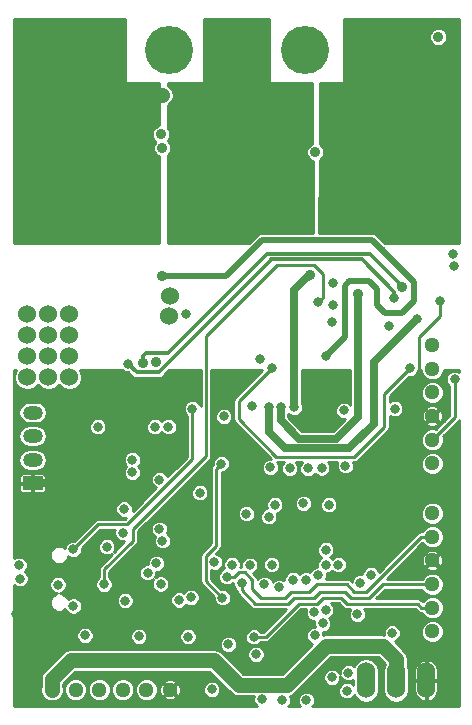
<source format=gbr>
%FSLAX46Y46*%
G04 Gerber Fmt 4.6, Leading zero omitted, Abs format (unit mm)*
G04 Created by KiCad (PCBNEW (2014-08-29 BZR 5106)-product) date fre  5 sep 2014 20:51:39*
%MOMM*%
G01*
G04 APERTURE LIST*
%ADD10C,0.150000*%
%ADD11R,1.699260X1.198880*%
%ADD12O,1.699260X1.198880*%
%ADD13O,1.524000X3.048000*%
%ADD14C,4.064000*%
%ADD15C,1.300480*%
%ADD16C,0.800000*%
%ADD17C,1.524000*%
%ADD18C,0.889000*%
%ADD19C,1.016000*%
%ADD20C,1.270000*%
%ADD21C,0.254000*%
%ADD22C,0.635000*%
%ADD23C,0.304800*%
%ADD24C,0.508000*%
%ADD25C,0.406400*%
G04 APERTURE END LIST*
D10*
D11*
X80450000Y-119728280D03*
D12*
X80450000Y-115725240D03*
X80450000Y-117726760D03*
X80450000Y-113726260D03*
D13*
X108712000Y-136398000D03*
X111252000Y-136398000D03*
X113792000Y-136398000D03*
D14*
X92000000Y-83000000D03*
X103500000Y-83000000D03*
D15*
X86099240Y-137200000D03*
X88100760Y-137200000D03*
X90099740Y-137200000D03*
X92101260Y-137200000D03*
X84100260Y-137200000D03*
X82098740Y-137200000D03*
X114300000Y-126253240D03*
X114300000Y-128254760D03*
X114300000Y-130253740D03*
X114300000Y-132255260D03*
X114300000Y-124254260D03*
X114300000Y-122252740D03*
X114300000Y-112029240D03*
X114300000Y-114030760D03*
X114300000Y-116029740D03*
X114300000Y-118031260D03*
X114300000Y-110030260D03*
X114300000Y-108028740D03*
D16*
X79400000Y-127800000D03*
X88900000Y-118800000D03*
X88900000Y-117729000D03*
X85979000Y-114935000D03*
D17*
X92000356Y-105549680D03*
X92070128Y-103845682D03*
D16*
X81800000Y-112800000D03*
X88138000Y-131699000D03*
X90255293Y-131671345D03*
X114935000Y-104273302D03*
X86300000Y-126200000D03*
X80600000Y-121900000D03*
D18*
X90908085Y-109436017D03*
D16*
X107750000Y-124550000D03*
X93321003Y-128553294D03*
X103251000Y-132842000D03*
X99314000Y-117475000D03*
X97028000Y-123063000D03*
X98552000Y-116840000D03*
X110871000Y-118364000D03*
X110871000Y-119380000D03*
X113411000Y-111125000D03*
X91823218Y-122684218D03*
X113150000Y-129100000D03*
X109950000Y-135050000D03*
X112550000Y-135200000D03*
X98450000Y-130100000D03*
X84928238Y-131104499D03*
X92833302Y-124850000D03*
X103800000Y-114950000D03*
X103886176Y-113159379D03*
X94430898Y-112400000D03*
X93408500Y-105410000D03*
X79050000Y-130800000D03*
X109782385Y-122455968D03*
X89800000Y-119600000D03*
X96450000Y-116950000D03*
X82650000Y-127000000D03*
X93650000Y-120850000D03*
X98512630Y-135586518D03*
X99881940Y-138024468D03*
X99187000Y-132731485D03*
X97028000Y-133350000D03*
X108204000Y-128143000D03*
X97350000Y-126600000D03*
X100965000Y-121539000D03*
X105537000Y-121539000D03*
X90805000Y-114935000D03*
X91948000Y-114935000D03*
X99374925Y-134191906D03*
X100457000Y-122555000D03*
X94615000Y-120523000D03*
X83900000Y-130100000D03*
X96901000Y-127635000D03*
X98171000Y-128143000D03*
X107200501Y-135762249D03*
X109100000Y-127450000D03*
X110900000Y-132400000D03*
X116200000Y-110900000D03*
X95850000Y-126400000D03*
X98552000Y-122301000D03*
X95631000Y-137160000D03*
X106350000Y-126600000D03*
X92850000Y-129600000D03*
X91200000Y-119400000D03*
X104350000Y-132600000D03*
X79300000Y-126650000D03*
X88200000Y-121900000D03*
X116100000Y-101300000D03*
X96647000Y-114046000D03*
D17*
X80010000Y-110744000D03*
X81788000Y-110744000D03*
X83566000Y-110744000D03*
X83566000Y-108966000D03*
X81788000Y-108966000D03*
X80010000Y-108966000D03*
X80010000Y-107188000D03*
X81788000Y-107188000D03*
X80010000Y-105410000D03*
X81788000Y-105410000D03*
X83566000Y-105410000D03*
X83566000Y-107188000D03*
D16*
X93980000Y-113411000D03*
X111125000Y-113411000D03*
X83900000Y-125300000D03*
X116078000Y-100330000D03*
X82600000Y-128300000D03*
X101600000Y-138085820D03*
X104304820Y-130645617D03*
X86741000Y-125095000D03*
X99695000Y-109220000D03*
D17*
X112522000Y-90424000D03*
X110744000Y-90424000D03*
X108966000Y-90424000D03*
X106934000Y-90424000D03*
X108966000Y-88646000D03*
X108966000Y-86868000D03*
X106934000Y-88646000D03*
X106934000Y-86868000D03*
X112522000Y-88646000D03*
X112522000Y-86868000D03*
X110744000Y-88646000D03*
X110744000Y-86868000D03*
D16*
X91200000Y-123600000D03*
D17*
X93980000Y-88900000D03*
X95758000Y-87122000D03*
D16*
X105918000Y-104648000D03*
D17*
X93980000Y-87122000D03*
X99822000Y-87122000D03*
X97790000Y-87122000D03*
X95758000Y-88900000D03*
X97790000Y-88900000D03*
X99822000Y-88900000D03*
X99822000Y-90678000D03*
X97790000Y-90678000D03*
X95758000Y-90678000D03*
X93980000Y-90678000D03*
D18*
X91440000Y-86868000D03*
D16*
X104648000Y-104394000D03*
D17*
X86360000Y-87122000D03*
X84582000Y-87122000D03*
X82804000Y-87122000D03*
X81026000Y-87122000D03*
X81026000Y-89154000D03*
X82804000Y-89154000D03*
X84582000Y-89154000D03*
X86360000Y-89154000D03*
X86360000Y-90932000D03*
X84582000Y-90932000D03*
X82804000Y-90932000D03*
X81026000Y-90932000D03*
D16*
X86500000Y-128267478D03*
X105283000Y-130429000D03*
X101346000Y-128524000D03*
D18*
X108003411Y-103725057D03*
D16*
X101473000Y-113284000D03*
X105791000Y-106045000D03*
D18*
X91440000Y-91313000D03*
D16*
X107061000Y-137287000D03*
X91300000Y-128250000D03*
X105792150Y-136142850D03*
X90932000Y-126492000D03*
X99012291Y-113211397D03*
D18*
X114808000Y-81915000D03*
D16*
X113030000Y-105791000D03*
X113030000Y-105791000D03*
X100441730Y-113235361D03*
X103632000Y-138085820D03*
X91440000Y-124587000D03*
X105918000Y-102743000D03*
D18*
X104394000Y-91694000D03*
X103917829Y-102086099D03*
D16*
X102616000Y-113284000D03*
X106807000Y-113538000D03*
D18*
X91313000Y-90170000D03*
X91452628Y-102191916D03*
D16*
X105283000Y-108966000D03*
X111055180Y-104070180D03*
X88519000Y-109601000D03*
D18*
X111760000Y-103124000D03*
X89792039Y-109562880D03*
D16*
X110617000Y-106426000D03*
X112395000Y-109982000D03*
X100711000Y-109982000D03*
X100584000Y-118364000D03*
X105283000Y-125349000D03*
X105283000Y-126619000D03*
X106934000Y-118237000D03*
X104648000Y-127508000D03*
X104929931Y-118437878D03*
X103632000Y-127889000D03*
X103759000Y-118466239D03*
X100076000Y-128270000D03*
X102229461Y-118465184D03*
X96520000Y-129413000D03*
X96450000Y-118050000D03*
X100700000Y-126600000D03*
X103378000Y-121412000D03*
X98850000Y-126650000D03*
X90200000Y-127300000D03*
X93859398Y-129369533D03*
X93605312Y-132700000D03*
X89453446Y-132677426D03*
X102489000Y-127889000D03*
X88292526Y-129652290D03*
X88100000Y-123900000D03*
X107950000Y-130810000D03*
X105029000Y-131572000D03*
X84900000Y-132600000D03*
D19*
X111252000Y-136398000D02*
X111252000Y-136948000D01*
D20*
X110109000Y-133477000D02*
X111252000Y-134620000D01*
X83682036Y-134697126D02*
X95811363Y-134697126D01*
X82098740Y-136280422D02*
X83682036Y-134697126D01*
X105283000Y-133477000D02*
X110109000Y-133477000D01*
X95811363Y-134697126D02*
X97913557Y-136799320D01*
X111252000Y-134620000D02*
X111252000Y-136398000D01*
X97913557Y-136799320D02*
X101960680Y-136799320D01*
X101960680Y-136799320D02*
X105283000Y-133477000D01*
X82098740Y-137200000D02*
X82098740Y-136280422D01*
D21*
X113156262Y-110870262D02*
X113411000Y-111125000D01*
D22*
X80450000Y-119728280D02*
X82074720Y-119728280D01*
X82931000Y-113931000D02*
X81800000Y-112800000D01*
X82931000Y-118872000D02*
X82931000Y-113931000D01*
X82074720Y-119728280D02*
X82931000Y-118872000D01*
D23*
X90255293Y-131053319D02*
X90255293Y-131671345D01*
X93321003Y-128553294D02*
X92755318Y-128553294D01*
X92755318Y-128553294D02*
X90255293Y-131053319D01*
D21*
X114935000Y-104273302D02*
X114935000Y-105537000D01*
X114935000Y-105537000D02*
X113156262Y-107315738D01*
X113156262Y-107315738D02*
X113156262Y-110870262D01*
D23*
X96619345Y-131671345D02*
X90820978Y-131671345D01*
X90820978Y-131671345D02*
X90255293Y-131671345D01*
X103251000Y-132842000D02*
X102631295Y-133461705D01*
X98409705Y-133461705D02*
X96619345Y-131671345D01*
X102631295Y-133461705D02*
X98409705Y-133461705D01*
D21*
X102997000Y-129921000D02*
X100186515Y-132731485D01*
X105029000Y-129413000D02*
X104521000Y-129921000D01*
X99752685Y-132731485D02*
X99187000Y-132731485D01*
X113380422Y-130253740D02*
X113047682Y-129921000D01*
X114300000Y-130253740D02*
X113380422Y-130253740D01*
X104521000Y-129921000D02*
X102997000Y-129921000D01*
X106553000Y-129413000D02*
X105029000Y-129413000D01*
X107061000Y-129921000D02*
X106553000Y-129413000D01*
X113047682Y-129921000D02*
X107061000Y-129921000D01*
X100186515Y-132731485D02*
X99752685Y-132731485D01*
X102362000Y-128905000D02*
X103886000Y-128905000D01*
X107061000Y-128270000D02*
X107696000Y-128905000D01*
X104521000Y-128270000D02*
X107061000Y-128270000D01*
X103886000Y-128905000D02*
X104521000Y-128270000D01*
X108712000Y-128905000D02*
X107696000Y-128905000D01*
X113362740Y-124254260D02*
X108712000Y-128905000D01*
X114300000Y-124254260D02*
X113362740Y-124254260D01*
X99822000Y-129413000D02*
X99060000Y-128651000D01*
X101854000Y-129413000D02*
X99822000Y-129413000D01*
X102362000Y-128905000D02*
X101854000Y-129413000D01*
X98425000Y-127254000D02*
X97917000Y-127254000D01*
X97536000Y-127635000D02*
X96901000Y-127635000D01*
X97917000Y-127254000D02*
X97536000Y-127635000D01*
X99060000Y-127889000D02*
X98425000Y-127254000D01*
X99060000Y-128651000D02*
X99060000Y-127889000D01*
X102616000Y-129413000D02*
X104267000Y-129413000D01*
X106934000Y-128905000D02*
X107442000Y-129413000D01*
X104775000Y-128905000D02*
X106934000Y-128905000D01*
X104267000Y-129413000D02*
X104775000Y-128905000D01*
X108966000Y-129413000D02*
X107442000Y-129413000D01*
X114300000Y-128254760D02*
X110124240Y-128254760D01*
X110124240Y-128254760D02*
X108966000Y-129413000D01*
X98171000Y-128778000D02*
X98171000Y-128143000D01*
X99314000Y-129921000D02*
X98171000Y-128778000D01*
X102108000Y-129921000D02*
X99314000Y-129921000D01*
X102616000Y-129413000D02*
X102108000Y-129921000D01*
X116200000Y-110900000D02*
X116200000Y-114129740D01*
X116200000Y-114129740D02*
X114300000Y-116029740D01*
X86004801Y-123195199D02*
X83900000Y-125300000D01*
X93980000Y-113411000D02*
X93980000Y-117653504D01*
X88438305Y-123195199D02*
X86004801Y-123195199D01*
X93980000Y-117653504D02*
X88438305Y-123195199D01*
D20*
X91440000Y-86868000D02*
X86614000Y-86868000D01*
X86614000Y-86868000D02*
X86360000Y-87122000D01*
D21*
X105047999Y-103994001D02*
X104648000Y-104394000D01*
X105047999Y-102003301D02*
X105047999Y-103994001D01*
X101122562Y-101224030D02*
X104268728Y-101224030D01*
X95135699Y-117414301D02*
X95135699Y-107210893D01*
X88943166Y-123606834D02*
X95135699Y-117414301D01*
X104268728Y-101224030D02*
X105047999Y-102003301D01*
X95135699Y-107210893D02*
X101122562Y-101224030D01*
X88943166Y-124567505D02*
X88943166Y-123606834D01*
X86500000Y-127010671D02*
X88943166Y-124567505D01*
X86500000Y-128267478D02*
X86500000Y-127010671D01*
D22*
X101473000Y-113284000D02*
X101473000Y-114398046D01*
X101473000Y-114398046D02*
X103020255Y-115945301D01*
X106177699Y-115945301D02*
X108003411Y-114119589D01*
X108003411Y-114119589D02*
X108003411Y-104353674D01*
X108003411Y-104353674D02*
X108003411Y-103725057D01*
X103020255Y-115945301D02*
X106177699Y-115945301D01*
X101858111Y-116758111D02*
X100441730Y-115341730D01*
X100441730Y-115341730D02*
X100441730Y-114004283D01*
X107269889Y-116758111D02*
X101858111Y-116758111D01*
X100441730Y-114004283D02*
X100441730Y-113235361D01*
X109347000Y-114681000D02*
X107269889Y-116758111D01*
X109347000Y-109474000D02*
X109347000Y-114681000D01*
X113030000Y-105791000D02*
X109347000Y-109474000D01*
X103473330Y-102530598D02*
X103917829Y-102086099D01*
X102616000Y-103387928D02*
X103473330Y-102530598D01*
X102616000Y-113284000D02*
X102616000Y-103387928D01*
D24*
X112736507Y-102636507D02*
X110205490Y-100105490D01*
X109600000Y-103300000D02*
X109600000Y-104600000D01*
X108916000Y-102616000D02*
X109600000Y-103300000D01*
X105283000Y-108966000D02*
X106900000Y-107349000D01*
X109600000Y-104600000D02*
X110300000Y-105300000D01*
X112736507Y-104306493D02*
X112736507Y-102636507D01*
X111743000Y-105300000D02*
X112736507Y-104306493D01*
X110300000Y-105300000D02*
X111743000Y-105300000D01*
X106900000Y-103000000D02*
X107284000Y-102616000D01*
X106900000Y-107349000D02*
X106900000Y-103000000D01*
X107284000Y-102616000D02*
X108916000Y-102616000D01*
X96808084Y-102191916D02*
X91452628Y-102191916D01*
D25*
X97920251Y-101079749D02*
X99900000Y-99100000D01*
X109200000Y-99100000D02*
X110024295Y-99924295D01*
D24*
X97614867Y-101385133D02*
X99900000Y-99100000D01*
X97920251Y-101079749D02*
X97614867Y-101385133D01*
X97614867Y-101385133D02*
X96808084Y-102191916D01*
X109200000Y-99100000D02*
X110205490Y-100105490D01*
X110205490Y-100105490D02*
X110024295Y-99924295D01*
X99900000Y-99100000D02*
X109200000Y-99100000D01*
D23*
X111055180Y-103504495D02*
X111055180Y-104070180D01*
X108317505Y-100766820D02*
X111055180Y-103504495D01*
X100672900Y-100766820D02*
X108317505Y-100766820D01*
X91147900Y-110291820D02*
X100572667Y-100867053D01*
D21*
X100572667Y-100867053D02*
X100672900Y-100766820D01*
D23*
X91147900Y-110337600D02*
X91147900Y-110291820D01*
X89255600Y-110337600D02*
X91147900Y-110337600D01*
X88519000Y-109601000D02*
X89255600Y-110337600D01*
X89792039Y-108934263D02*
X90064986Y-108661316D01*
X111408741Y-102707402D02*
X111760000Y-103124000D01*
X90064986Y-108661316D02*
X91938684Y-108661316D01*
X91938684Y-108661316D02*
X100315790Y-100284210D01*
X100315790Y-100284210D02*
X108985549Y-100284210D01*
X108985549Y-100284210D02*
X111408741Y-102707402D01*
X89792039Y-109562880D02*
X89792039Y-108934263D01*
D21*
X97917000Y-112776000D02*
X100711000Y-109982000D01*
X97917000Y-114300000D02*
X97917000Y-112776000D01*
X101092000Y-117475000D02*
X97917000Y-114300000D01*
X110236000Y-112141000D02*
X112395000Y-109982000D01*
X110236000Y-114935000D02*
X110236000Y-112141000D01*
X110236000Y-114935000D02*
X107696000Y-117475000D01*
X107696000Y-117475000D02*
X101092000Y-117475000D01*
X95100000Y-127993000D02*
X95100000Y-125900000D01*
X95100000Y-125900000D02*
X96012000Y-124988000D01*
X96520000Y-129413000D02*
X95100000Y-127993000D01*
X96012000Y-118488000D02*
X96450000Y-118050000D01*
X96012000Y-124988000D02*
X96012000Y-118488000D01*
G36*
X107355711Y-113054109D02*
X107221165Y-112919328D01*
X106952883Y-112807927D01*
X106662392Y-112807674D01*
X106393916Y-112918606D01*
X106188328Y-113123835D01*
X106076927Y-113392117D01*
X106076674Y-113682608D01*
X106187606Y-113951084D01*
X106392835Y-114156672D01*
X106661117Y-114268073D01*
X106938699Y-114268314D01*
X105909413Y-115297601D01*
X103288541Y-115297601D01*
X102120700Y-114129760D01*
X102120700Y-113821395D01*
X102201835Y-113902672D01*
X102470117Y-114014073D01*
X102760608Y-114014326D01*
X103029084Y-113903394D01*
X103234672Y-113698165D01*
X103346073Y-113429883D01*
X103346326Y-113139392D01*
X103263700Y-112939421D01*
X103263700Y-110127000D01*
X107355711Y-110127000D01*
X107355711Y-113054109D01*
X107355711Y-113054109D01*
G37*
X107355711Y-113054109D02*
X107221165Y-112919328D01*
X106952883Y-112807927D01*
X106662392Y-112807674D01*
X106393916Y-112918606D01*
X106188328Y-113123835D01*
X106076927Y-113392117D01*
X106076674Y-113682608D01*
X106187606Y-113951084D01*
X106392835Y-114156672D01*
X106661117Y-114268073D01*
X106938699Y-114268314D01*
X105909413Y-115297601D01*
X103288541Y-115297601D01*
X102120700Y-114129760D01*
X102120700Y-113821395D01*
X102201835Y-113902672D01*
X102470117Y-114014073D01*
X102760608Y-114014326D01*
X103029084Y-113903394D01*
X103234672Y-113698165D01*
X103346073Y-113429883D01*
X103346326Y-113139392D01*
X103263700Y-112939421D01*
X103263700Y-110127000D01*
X107355711Y-110127000D01*
X107355711Y-113054109D01*
G36*
X116594800Y-138594800D02*
X115280610Y-138594800D01*
X115280610Y-132061094D01*
X115131661Y-131700611D01*
X114856100Y-131424568D01*
X114495877Y-131274991D01*
X114105834Y-131274650D01*
X113745351Y-131423599D01*
X113469308Y-131699160D01*
X113319731Y-132059383D01*
X113319390Y-132449426D01*
X113468339Y-132809909D01*
X113743900Y-133085952D01*
X114104123Y-133235529D01*
X114494166Y-133235870D01*
X114854649Y-133086921D01*
X115130692Y-132811360D01*
X115280269Y-132451137D01*
X115280610Y-132061094D01*
X115280610Y-138594800D01*
X114808000Y-138594800D01*
X114808000Y-137191750D01*
X114808000Y-136429750D01*
X114808000Y-136366250D01*
X114808000Y-135604250D01*
X114718511Y-135217860D01*
X114487969Y-134895129D01*
X114151472Y-134685189D01*
X113982219Y-134637965D01*
X113823750Y-134684029D01*
X113823750Y-136366250D01*
X114808000Y-136366250D01*
X114808000Y-136429750D01*
X113823750Y-136429750D01*
X113823750Y-138111971D01*
X113982219Y-138158035D01*
X114151472Y-138110811D01*
X114487969Y-137900871D01*
X114718511Y-137578140D01*
X114808000Y-137191750D01*
X114808000Y-138594800D01*
X113760250Y-138594800D01*
X113760250Y-138111971D01*
X113760250Y-136429750D01*
X113760250Y-136366250D01*
X113760250Y-134684029D01*
X113601781Y-134637965D01*
X113432528Y-134685189D01*
X113096031Y-134895129D01*
X112865489Y-135217860D01*
X112776000Y-135604250D01*
X112776000Y-136366250D01*
X113760250Y-136366250D01*
X113760250Y-136429750D01*
X112776000Y-136429750D01*
X112776000Y-137191750D01*
X112865489Y-137578140D01*
X113096031Y-137900871D01*
X113432528Y-138110811D01*
X113601781Y-138158035D01*
X113760250Y-138111971D01*
X113760250Y-138594800D01*
X109804200Y-138594800D01*
X109804200Y-137196326D01*
X109804200Y-135599674D01*
X109721061Y-135181707D01*
X109484302Y-134827372D01*
X109129967Y-134590613D01*
X108712000Y-134507474D01*
X108294033Y-134590613D01*
X107939698Y-134827372D01*
X107702939Y-135181707D01*
X107694596Y-135223647D01*
X107614666Y-135143577D01*
X107346384Y-135032176D01*
X107055893Y-135031923D01*
X106787417Y-135142855D01*
X106581829Y-135348084D01*
X106470428Y-135616366D01*
X106470205Y-135871737D01*
X106411544Y-135729766D01*
X106206315Y-135524178D01*
X105938033Y-135412777D01*
X105647542Y-135412524D01*
X105379066Y-135523456D01*
X105173478Y-135728685D01*
X105062077Y-135996967D01*
X105061824Y-136287458D01*
X105172756Y-136555934D01*
X105377985Y-136761522D01*
X105646267Y-136872923D01*
X105936758Y-136873176D01*
X106205234Y-136762244D01*
X106410822Y-136557015D01*
X106522223Y-136288733D01*
X106522445Y-136033361D01*
X106581107Y-136175333D01*
X106786336Y-136380921D01*
X107054618Y-136492322D01*
X107345109Y-136492575D01*
X107613585Y-136381643D01*
X107619800Y-136375438D01*
X107619800Y-136813216D01*
X107475165Y-136668328D01*
X107206883Y-136556927D01*
X106916392Y-136556674D01*
X106647916Y-136667606D01*
X106442328Y-136872835D01*
X106330927Y-137141117D01*
X106330674Y-137431608D01*
X106441606Y-137700084D01*
X106646835Y-137905672D01*
X106915117Y-138017073D01*
X107205608Y-138017326D01*
X107474084Y-137906394D01*
X107679672Y-137701165D01*
X107710836Y-137626112D01*
X107939698Y-137968628D01*
X108294033Y-138205387D01*
X108712000Y-138288526D01*
X109129967Y-138205387D01*
X109484302Y-137968628D01*
X109721061Y-137614293D01*
X109804200Y-137196326D01*
X109804200Y-138594800D01*
X104155691Y-138594800D01*
X104250672Y-138499985D01*
X104362073Y-138231703D01*
X104362326Y-137941212D01*
X104251394Y-137672736D01*
X104046165Y-137467148D01*
X103777883Y-137355747D01*
X103487392Y-137355494D01*
X103218916Y-137466426D01*
X103013328Y-137671655D01*
X102901927Y-137939937D01*
X102901674Y-138230428D01*
X103012606Y-138498904D01*
X103108334Y-138594800D01*
X102123691Y-138594800D01*
X102218672Y-138499985D01*
X102330073Y-138231703D01*
X102330326Y-137941212D01*
X102234789Y-137709996D01*
X102330046Y-137691049D01*
X102643179Y-137481819D01*
X105682798Y-134442200D01*
X109709201Y-134442200D01*
X110286800Y-135019798D01*
X110286800Y-135116064D01*
X110242939Y-135181707D01*
X110159800Y-135599674D01*
X110159800Y-137196326D01*
X110242939Y-137614293D01*
X110479698Y-137968628D01*
X110834033Y-138205387D01*
X111252000Y-138288526D01*
X111669967Y-138205387D01*
X112024302Y-137968628D01*
X112261061Y-137614293D01*
X112344200Y-137196326D01*
X112344200Y-135599674D01*
X112261061Y-135181707D01*
X112217200Y-135116064D01*
X112217200Y-134620000D01*
X112143729Y-134250634D01*
X111934499Y-133937501D01*
X111934499Y-133937500D01*
X111103139Y-133106141D01*
X111313084Y-133019394D01*
X111518672Y-132814165D01*
X111630073Y-132545883D01*
X111630326Y-132255392D01*
X111519394Y-131986916D01*
X111314165Y-131781328D01*
X111045883Y-131669927D01*
X110755392Y-131669674D01*
X110486916Y-131780606D01*
X110281328Y-131985835D01*
X110169927Y-132254117D01*
X110169692Y-132523872D01*
X110109000Y-132511800D01*
X105283000Y-132511800D01*
X105080241Y-132552130D01*
X105080326Y-132455392D01*
X105017024Y-132302189D01*
X105173608Y-132302326D01*
X105442084Y-132191394D01*
X105647672Y-131986165D01*
X105759073Y-131717883D01*
X105759326Y-131427392D01*
X105648394Y-131158916D01*
X105584209Y-131094619D01*
X105696084Y-131048394D01*
X105901672Y-130843165D01*
X106013073Y-130574883D01*
X106013326Y-130284392D01*
X105902394Y-130015916D01*
X105756932Y-129870200D01*
X106363621Y-129870200D01*
X106737710Y-130244289D01*
X106737711Y-130244289D01*
X106886037Y-130343398D01*
X107061000Y-130378200D01*
X107348993Y-130378200D01*
X107331328Y-130395835D01*
X107219927Y-130664117D01*
X107219674Y-130954608D01*
X107330606Y-131223084D01*
X107535835Y-131428672D01*
X107804117Y-131540073D01*
X108094608Y-131540326D01*
X108363084Y-131429394D01*
X108568672Y-131224165D01*
X108680073Y-130955883D01*
X108680326Y-130665392D01*
X108569394Y-130396916D01*
X108550710Y-130378200D01*
X112858303Y-130378200D01*
X113057132Y-130577029D01*
X113057133Y-130577029D01*
X113205459Y-130676138D01*
X113380422Y-130710940D01*
X113428073Y-130710940D01*
X113468339Y-130808389D01*
X113743900Y-131084432D01*
X114104123Y-131234009D01*
X114494166Y-131234350D01*
X114854649Y-131085401D01*
X115130692Y-130809840D01*
X115280269Y-130449617D01*
X115280610Y-130059574D01*
X115131661Y-129699091D01*
X114856100Y-129423048D01*
X114495877Y-129273471D01*
X114105834Y-129273130D01*
X113745351Y-129422079D01*
X113470104Y-129696844D01*
X113370971Y-129597711D01*
X113222645Y-129498602D01*
X113047682Y-129463800D01*
X109561778Y-129463800D01*
X110313618Y-128711960D01*
X113428073Y-128711960D01*
X113468339Y-128809409D01*
X113743900Y-129085452D01*
X114104123Y-129235029D01*
X114494166Y-129235370D01*
X114854649Y-129086421D01*
X115130692Y-128810860D01*
X115280269Y-128450637D01*
X115280610Y-128060594D01*
X115205097Y-127877839D01*
X115205097Y-126077740D01*
X115069039Y-125744734D01*
X115064097Y-125737336D01*
X114929055Y-125669086D01*
X114884154Y-125713987D01*
X114884154Y-125624185D01*
X114815904Y-125489143D01*
X114484225Y-125349879D01*
X114124500Y-125348143D01*
X113791494Y-125484201D01*
X113784096Y-125489143D01*
X113715846Y-125624185D01*
X114300000Y-126208339D01*
X114884154Y-125624185D01*
X114884154Y-125713987D01*
X114344901Y-126253240D01*
X114929055Y-126837394D01*
X115064097Y-126769144D01*
X115203361Y-126437465D01*
X115205097Y-126077740D01*
X115205097Y-127877839D01*
X115131661Y-127700111D01*
X114884154Y-127452171D01*
X114884154Y-126882295D01*
X114300000Y-126298141D01*
X114255099Y-126343042D01*
X114255099Y-126253240D01*
X113670945Y-125669086D01*
X113535903Y-125737336D01*
X113396639Y-126069015D01*
X113394903Y-126428740D01*
X113530961Y-126761746D01*
X113535903Y-126769144D01*
X113670945Y-126837394D01*
X114255099Y-126253240D01*
X114255099Y-126343042D01*
X113715846Y-126882295D01*
X113784096Y-127017337D01*
X114115775Y-127156601D01*
X114475500Y-127158337D01*
X114808506Y-127022279D01*
X114815904Y-127017337D01*
X114884154Y-126882295D01*
X114884154Y-127452171D01*
X114856100Y-127424068D01*
X114495877Y-127274491D01*
X114105834Y-127274150D01*
X113745351Y-127423099D01*
X113469308Y-127698660D01*
X113428241Y-127797560D01*
X110466018Y-127797560D01*
X113464342Y-124799236D01*
X113468339Y-124808909D01*
X113743900Y-125084952D01*
X114104123Y-125234529D01*
X114494166Y-125234870D01*
X114854649Y-125085921D01*
X115130692Y-124810360D01*
X115280269Y-124450137D01*
X115280610Y-124060094D01*
X115280610Y-122058574D01*
X115280610Y-117837094D01*
X115131661Y-117476611D01*
X114856100Y-117200568D01*
X114495877Y-117050991D01*
X114105834Y-117050650D01*
X113745351Y-117199599D01*
X113469308Y-117475160D01*
X113319731Y-117835383D01*
X113319390Y-118225426D01*
X113468339Y-118585909D01*
X113743900Y-118861952D01*
X114104123Y-119011529D01*
X114494166Y-119011870D01*
X114854649Y-118862921D01*
X115130692Y-118587360D01*
X115280269Y-118227137D01*
X115280610Y-117837094D01*
X115280610Y-122058574D01*
X115131661Y-121698091D01*
X114856100Y-121422048D01*
X114495877Y-121272471D01*
X114105834Y-121272130D01*
X113745351Y-121421079D01*
X113469308Y-121696640D01*
X113319731Y-122056863D01*
X113319390Y-122446906D01*
X113468339Y-122807389D01*
X113743900Y-123083432D01*
X114104123Y-123233009D01*
X114494166Y-123233350D01*
X114854649Y-123084401D01*
X115130692Y-122808840D01*
X115280269Y-122448617D01*
X115280610Y-122058574D01*
X115280610Y-124060094D01*
X115131661Y-123699611D01*
X114856100Y-123423568D01*
X114495877Y-123273991D01*
X114105834Y-123273650D01*
X113745351Y-123422599D01*
X113469308Y-123698160D01*
X113428241Y-123797060D01*
X113362740Y-123797060D01*
X113187777Y-123831862D01*
X113039451Y-123930970D01*
X109781996Y-127188425D01*
X109719394Y-127036916D01*
X109514165Y-126831328D01*
X109245883Y-126719927D01*
X108955392Y-126719674D01*
X108686916Y-126830606D01*
X108481328Y-127035835D01*
X108369927Y-127304117D01*
X108369825Y-127421207D01*
X108349883Y-127412927D01*
X108059392Y-127412674D01*
X107790916Y-127523606D01*
X107585328Y-127728835D01*
X107473927Y-127997117D01*
X107473892Y-128036314D01*
X107384289Y-127946711D01*
X107235963Y-127847602D01*
X107061000Y-127812800D01*
X105312084Y-127812800D01*
X105378073Y-127653883D01*
X105378326Y-127363392D01*
X105372494Y-127349277D01*
X105427608Y-127349326D01*
X105696084Y-127238394D01*
X105826029Y-127108674D01*
X105935835Y-127218672D01*
X106204117Y-127330073D01*
X106494608Y-127330326D01*
X106763084Y-127219394D01*
X106968672Y-127014165D01*
X107080073Y-126745883D01*
X107080326Y-126455392D01*
X106969394Y-126186916D01*
X106764165Y-125981328D01*
X106495883Y-125869927D01*
X106267326Y-125869727D01*
X106267326Y-121394392D01*
X106156394Y-121125916D01*
X105951165Y-120920328D01*
X105682883Y-120808927D01*
X105392392Y-120808674D01*
X105123916Y-120919606D01*
X104918328Y-121124835D01*
X104806927Y-121393117D01*
X104806674Y-121683608D01*
X104917606Y-121952084D01*
X105122835Y-122157672D01*
X105391117Y-122269073D01*
X105681608Y-122269326D01*
X105950084Y-122158394D01*
X106155672Y-121953165D01*
X106267073Y-121684883D01*
X106267326Y-121394392D01*
X106267326Y-125869727D01*
X106205392Y-125869674D01*
X105936916Y-125980606D01*
X105806970Y-126110325D01*
X105697165Y-126000328D01*
X105658078Y-125984097D01*
X105696084Y-125968394D01*
X105901672Y-125763165D01*
X106013073Y-125494883D01*
X106013326Y-125204392D01*
X105902394Y-124935916D01*
X105697165Y-124730328D01*
X105428883Y-124618927D01*
X105138392Y-124618674D01*
X104869916Y-124729606D01*
X104664328Y-124934835D01*
X104552927Y-125203117D01*
X104552674Y-125493608D01*
X104663606Y-125762084D01*
X104868835Y-125967672D01*
X104907921Y-125983902D01*
X104869916Y-125999606D01*
X104664328Y-126204835D01*
X104552927Y-126473117D01*
X104552674Y-126763608D01*
X104558505Y-126777722D01*
X104503392Y-126777674D01*
X104234916Y-126888606D01*
X104108326Y-127014974D01*
X104108326Y-121267392D01*
X103997394Y-120998916D01*
X103792165Y-120793328D01*
X103523883Y-120681927D01*
X103233392Y-120681674D01*
X102964916Y-120792606D01*
X102759328Y-120997835D01*
X102647927Y-121266117D01*
X102647674Y-121556608D01*
X102758606Y-121825084D01*
X102963835Y-122030672D01*
X103232117Y-122142073D01*
X103522608Y-122142326D01*
X103791084Y-122031394D01*
X103996672Y-121826165D01*
X104108073Y-121557883D01*
X104108326Y-121267392D01*
X104108326Y-127014974D01*
X104029328Y-127093835D01*
X103969295Y-127238408D01*
X103777883Y-127158927D01*
X103487392Y-127158674D01*
X103218916Y-127269606D01*
X103060403Y-127427841D01*
X102903165Y-127270328D01*
X102634883Y-127158927D01*
X102344392Y-127158674D01*
X102075916Y-127269606D01*
X101870328Y-127474835D01*
X101758927Y-127743117D01*
X101758786Y-127904755D01*
X101695326Y-127878404D01*
X101695326Y-121394392D01*
X101584394Y-121125916D01*
X101379165Y-120920328D01*
X101110883Y-120808927D01*
X100820392Y-120808674D01*
X100551916Y-120919606D01*
X100346328Y-121124835D01*
X100234927Y-121393117D01*
X100234674Y-121683608D01*
X100295794Y-121831531D01*
X100043916Y-121935606D01*
X99838328Y-122140835D01*
X99726927Y-122409117D01*
X99726674Y-122699608D01*
X99837606Y-122968084D01*
X100042835Y-123173672D01*
X100311117Y-123285073D01*
X100601608Y-123285326D01*
X100870084Y-123174394D01*
X101075672Y-122969165D01*
X101187073Y-122700883D01*
X101187326Y-122410392D01*
X101126205Y-122262468D01*
X101378084Y-122158394D01*
X101583672Y-121953165D01*
X101695073Y-121684883D01*
X101695326Y-121394392D01*
X101695326Y-127878404D01*
X101491883Y-127793927D01*
X101430326Y-127793873D01*
X101430326Y-126455392D01*
X101319394Y-126186916D01*
X101114165Y-125981328D01*
X100845883Y-125869927D01*
X100555392Y-125869674D01*
X100286916Y-125980606D01*
X100081328Y-126185835D01*
X99969927Y-126454117D01*
X99969674Y-126744608D01*
X100080606Y-127013084D01*
X100285835Y-127218672D01*
X100554117Y-127330073D01*
X100844608Y-127330326D01*
X101113084Y-127219394D01*
X101318672Y-127014165D01*
X101430073Y-126745883D01*
X101430326Y-126455392D01*
X101430326Y-127793873D01*
X101201392Y-127793674D01*
X100932916Y-127904606D01*
X100778706Y-128058546D01*
X100695394Y-127856916D01*
X100490165Y-127651328D01*
X100221883Y-127539927D01*
X99931392Y-127539674D01*
X99662916Y-127650606D01*
X99501777Y-127811463D01*
X99482398Y-127714037D01*
X99383289Y-127565711D01*
X99138463Y-127320885D01*
X99263084Y-127269394D01*
X99468672Y-127064165D01*
X99580073Y-126795883D01*
X99580326Y-126505392D01*
X99469394Y-126236916D01*
X99282326Y-126049520D01*
X99282326Y-122156392D01*
X99171394Y-121887916D01*
X98966165Y-121682328D01*
X98697883Y-121570927D01*
X98407392Y-121570674D01*
X98138916Y-121681606D01*
X97933328Y-121886835D01*
X97821927Y-122155117D01*
X97821674Y-122445608D01*
X97932606Y-122714084D01*
X98137835Y-122919672D01*
X98406117Y-123031073D01*
X98696608Y-123031326D01*
X98965084Y-122920394D01*
X99170672Y-122715165D01*
X99282073Y-122446883D01*
X99282326Y-122156392D01*
X99282326Y-126049520D01*
X99264165Y-126031328D01*
X98995883Y-125919927D01*
X98705392Y-125919674D01*
X98436916Y-126030606D01*
X98231328Y-126235835D01*
X98119927Y-126504117D01*
X98119674Y-126794608D01*
X98120579Y-126796800D01*
X98058930Y-126796800D01*
X98080073Y-126745883D01*
X98080326Y-126455392D01*
X97969394Y-126186916D01*
X97764165Y-125981328D01*
X97495883Y-125869927D01*
X97377326Y-125869823D01*
X97377326Y-113901392D01*
X97266394Y-113632916D01*
X97061165Y-113427328D01*
X96792883Y-113315927D01*
X96502392Y-113315674D01*
X96233916Y-113426606D01*
X96028328Y-113631835D01*
X95916927Y-113900117D01*
X95916674Y-114190608D01*
X96027606Y-114459084D01*
X96232835Y-114664672D01*
X96501117Y-114776073D01*
X96791608Y-114776326D01*
X97060084Y-114665394D01*
X97265672Y-114460165D01*
X97377073Y-114191883D01*
X97377326Y-113901392D01*
X97377326Y-125869823D01*
X97205392Y-125869674D01*
X96936916Y-125980606D01*
X96731328Y-126185835D01*
X96619927Y-126454117D01*
X96619674Y-126744608D01*
X96696104Y-126929584D01*
X96487916Y-127015606D01*
X96282328Y-127220835D01*
X96170927Y-127489117D01*
X96170674Y-127779608D01*
X96281606Y-128048084D01*
X96486835Y-128253672D01*
X96755117Y-128365073D01*
X97045608Y-128365326D01*
X97314084Y-128254394D01*
X97440813Y-128127886D01*
X97440674Y-128287608D01*
X97551606Y-128556084D01*
X97713800Y-128718561D01*
X97713800Y-128778000D01*
X97748602Y-128952963D01*
X97847711Y-129101289D01*
X98990711Y-130244289D01*
X99139037Y-130343398D01*
X99314000Y-130378200D01*
X101893221Y-130378200D01*
X99997137Y-132274285D01*
X99762355Y-132274285D01*
X99601165Y-132112813D01*
X99332883Y-132001412D01*
X99042392Y-132001159D01*
X98773916Y-132112091D01*
X98568328Y-132317320D01*
X98456927Y-132585602D01*
X98456674Y-132876093D01*
X98567606Y-133144569D01*
X98772835Y-133350157D01*
X99041117Y-133461558D01*
X99229972Y-133461722D01*
X98961841Y-133572512D01*
X98756253Y-133777741D01*
X98644852Y-134046023D01*
X98644599Y-134336514D01*
X98755531Y-134604990D01*
X98960760Y-134810578D01*
X99229042Y-134921979D01*
X99519533Y-134922232D01*
X99788009Y-134811300D01*
X99993597Y-134606071D01*
X100104998Y-134337789D01*
X100105251Y-134047298D01*
X99994319Y-133778822D01*
X99789090Y-133573234D01*
X99520808Y-133461833D01*
X99331952Y-133461668D01*
X99600084Y-133350879D01*
X99762561Y-133188685D01*
X100186515Y-133188685D01*
X100361478Y-133153883D01*
X100509804Y-133054774D01*
X103186378Y-130378200D01*
X103625212Y-130378200D01*
X103574747Y-130499734D01*
X103574494Y-130790225D01*
X103685426Y-131058701D01*
X103890655Y-131264289D01*
X104158937Y-131375690D01*
X104319808Y-131375830D01*
X104298927Y-131426117D01*
X104298674Y-131716608D01*
X104361975Y-131869810D01*
X104205392Y-131869674D01*
X103936916Y-131980606D01*
X103731328Y-132185835D01*
X103619927Y-132454117D01*
X103619674Y-132744608D01*
X103730606Y-133013084D01*
X103935835Y-133218672D01*
X104105767Y-133289234D01*
X101560881Y-135834120D01*
X98313355Y-135834120D01*
X97758326Y-135279091D01*
X97758326Y-133205392D01*
X97647394Y-132936916D01*
X97442165Y-132731328D01*
X97250326Y-132651669D01*
X97250326Y-129268392D01*
X97139394Y-128999916D01*
X96934165Y-128794328D01*
X96665883Y-128682927D01*
X96436305Y-128682727D01*
X95557200Y-127803622D01*
X95557200Y-127069067D01*
X95704117Y-127130073D01*
X95994608Y-127130326D01*
X96263084Y-127019394D01*
X96468672Y-126814165D01*
X96580073Y-126545883D01*
X96580326Y-126255392D01*
X96469394Y-125986916D01*
X96264165Y-125781328D01*
X95995883Y-125669927D01*
X95976667Y-125669910D01*
X96335289Y-125311289D01*
X96434398Y-125162963D01*
X96469200Y-124988000D01*
X96469200Y-118780216D01*
X96594608Y-118780326D01*
X96863084Y-118669394D01*
X97068672Y-118464165D01*
X97180073Y-118195883D01*
X97180326Y-117905392D01*
X97069394Y-117636916D01*
X96864165Y-117431328D01*
X96595883Y-117319927D01*
X96305392Y-117319674D01*
X96036916Y-117430606D01*
X95831328Y-117635835D01*
X95719927Y-117904117D01*
X95719727Y-118133694D01*
X95688711Y-118164711D01*
X95589602Y-118313037D01*
X95554800Y-118488000D01*
X95554800Y-124798622D01*
X95345326Y-125008096D01*
X95345326Y-120378392D01*
X95234394Y-120109916D01*
X95029165Y-119904328D01*
X94760883Y-119792927D01*
X94470392Y-119792674D01*
X94201916Y-119903606D01*
X93996328Y-120108835D01*
X93884927Y-120377117D01*
X93884674Y-120667608D01*
X93995606Y-120936084D01*
X94200835Y-121141672D01*
X94469117Y-121253073D01*
X94759608Y-121253326D01*
X95028084Y-121142394D01*
X95233672Y-120937165D01*
X95345073Y-120668883D01*
X95345326Y-120378392D01*
X95345326Y-125008096D01*
X94776711Y-125576711D01*
X94677602Y-125725037D01*
X94642800Y-125900000D01*
X94642800Y-127993000D01*
X94677602Y-128167963D01*
X94776711Y-128316289D01*
X95789872Y-129329450D01*
X95789674Y-129557608D01*
X95900606Y-129826084D01*
X96105835Y-130031672D01*
X96374117Y-130143073D01*
X96664608Y-130143326D01*
X96933084Y-130032394D01*
X97138672Y-129827165D01*
X97250073Y-129558883D01*
X97250326Y-129268392D01*
X97250326Y-132651669D01*
X97173883Y-132619927D01*
X96883392Y-132619674D01*
X96614916Y-132730606D01*
X96409328Y-132935835D01*
X96297927Y-133204117D01*
X96297674Y-133494608D01*
X96408606Y-133763084D01*
X96613835Y-133968672D01*
X96882117Y-134080073D01*
X97172608Y-134080326D01*
X97441084Y-133969394D01*
X97646672Y-133764165D01*
X97758073Y-133495883D01*
X97758326Y-133205392D01*
X97758326Y-135279091D01*
X96493862Y-134014627D01*
X96180729Y-133805397D01*
X95811363Y-133731926D01*
X94589724Y-133731926D01*
X94589724Y-129224925D01*
X94478792Y-128956449D01*
X94273563Y-128750861D01*
X94005281Y-128639460D01*
X93714790Y-128639207D01*
X93446314Y-128750139D01*
X93240726Y-128955368D01*
X93234978Y-128969208D01*
X92995883Y-128869927D01*
X92705392Y-128869674D01*
X92436916Y-128980606D01*
X92231328Y-129185835D01*
X92170326Y-129332743D01*
X92170326Y-124442392D01*
X92059394Y-124173916D01*
X91854165Y-123968328D01*
X91840125Y-123962498D01*
X91930073Y-123745883D01*
X91930326Y-123455392D01*
X91819394Y-123186916D01*
X91614165Y-122981328D01*
X91345883Y-122869927D01*
X91055392Y-122869674D01*
X90786916Y-122980606D01*
X90581328Y-123185835D01*
X90469927Y-123454117D01*
X90469674Y-123744608D01*
X90580606Y-124013084D01*
X90785835Y-124218672D01*
X90799874Y-124224501D01*
X90709927Y-124441117D01*
X90709674Y-124731608D01*
X90820606Y-125000084D01*
X91025835Y-125205672D01*
X91294117Y-125317073D01*
X91584608Y-125317326D01*
X91853084Y-125206394D01*
X92058672Y-125001165D01*
X92170073Y-124732883D01*
X92170326Y-124442392D01*
X92170326Y-129332743D01*
X92119927Y-129454117D01*
X92119674Y-129744608D01*
X92230606Y-130013084D01*
X92435835Y-130218672D01*
X92704117Y-130330073D01*
X92994608Y-130330326D01*
X93263084Y-130219394D01*
X93468672Y-130014165D01*
X93474419Y-130000324D01*
X93713515Y-130099606D01*
X94004006Y-130099859D01*
X94272482Y-129988927D01*
X94478070Y-129783698D01*
X94589471Y-129515416D01*
X94589724Y-129224925D01*
X94589724Y-133731926D01*
X94335638Y-133731926D01*
X94335638Y-132555392D01*
X94224706Y-132286916D01*
X94019477Y-132081328D01*
X93751195Y-131969927D01*
X93460704Y-131969674D01*
X93192228Y-132080606D01*
X92986640Y-132285835D01*
X92875239Y-132554117D01*
X92874986Y-132844608D01*
X92985918Y-133113084D01*
X93191147Y-133318672D01*
X93459429Y-133430073D01*
X93749920Y-133430326D01*
X94018396Y-133319394D01*
X94223984Y-133114165D01*
X94335385Y-132845883D01*
X94335638Y-132555392D01*
X94335638Y-133731926D01*
X92030326Y-133731926D01*
X92030326Y-128105392D01*
X91919394Y-127836916D01*
X91714165Y-127631328D01*
X91445883Y-127519927D01*
X91155392Y-127519674D01*
X90886916Y-127630606D01*
X90829618Y-127687803D01*
X90930073Y-127445883D01*
X90930267Y-127222198D01*
X91076608Y-127222326D01*
X91345084Y-127111394D01*
X91550672Y-126906165D01*
X91662073Y-126637883D01*
X91662326Y-126347392D01*
X91551394Y-126078916D01*
X91346165Y-125873328D01*
X91077883Y-125761927D01*
X90787392Y-125761674D01*
X90518916Y-125872606D01*
X90313328Y-126077835D01*
X90201927Y-126346117D01*
X90201732Y-126569801D01*
X90055392Y-126569674D01*
X89786916Y-126680606D01*
X89581328Y-126885835D01*
X89469927Y-127154117D01*
X89469674Y-127444608D01*
X89580606Y-127713084D01*
X89785835Y-127918672D01*
X90054117Y-128030073D01*
X90344608Y-128030326D01*
X90613084Y-127919394D01*
X90670381Y-127862196D01*
X90569927Y-128104117D01*
X90569674Y-128394608D01*
X90680606Y-128663084D01*
X90885835Y-128868672D01*
X91154117Y-128980073D01*
X91444608Y-128980326D01*
X91713084Y-128869394D01*
X91918672Y-128664165D01*
X92030073Y-128395883D01*
X92030326Y-128105392D01*
X92030326Y-133731926D01*
X90183772Y-133731926D01*
X90183772Y-132532818D01*
X90072840Y-132264342D01*
X89867611Y-132058754D01*
X89599329Y-131947353D01*
X89308838Y-131947100D01*
X89040362Y-132058032D01*
X89022852Y-132075511D01*
X89022852Y-129507682D01*
X88911920Y-129239206D01*
X88706691Y-129033618D01*
X88438409Y-128922217D01*
X88147918Y-128921964D01*
X87879442Y-129032896D01*
X87673854Y-129238125D01*
X87562453Y-129506407D01*
X87562200Y-129796898D01*
X87673132Y-130065374D01*
X87878361Y-130270962D01*
X88146643Y-130382363D01*
X88437134Y-130382616D01*
X88705610Y-130271684D01*
X88911198Y-130066455D01*
X89022599Y-129798173D01*
X89022852Y-129507682D01*
X89022852Y-132075511D01*
X88834774Y-132263261D01*
X88723373Y-132531543D01*
X88723120Y-132822034D01*
X88834052Y-133090510D01*
X89039281Y-133296098D01*
X89307563Y-133407499D01*
X89598054Y-133407752D01*
X89866530Y-133296820D01*
X90072118Y-133091591D01*
X90183519Y-132823309D01*
X90183772Y-132532818D01*
X90183772Y-133731926D01*
X85630326Y-133731926D01*
X85630326Y-132455392D01*
X85519394Y-132186916D01*
X85314165Y-131981328D01*
X85045883Y-131869927D01*
X84755392Y-131869674D01*
X84630326Y-131921350D01*
X84630326Y-129955392D01*
X84519394Y-129686916D01*
X84314165Y-129481328D01*
X84045883Y-129369927D01*
X83755392Y-129369674D01*
X83486916Y-129480606D01*
X83434023Y-129533406D01*
X83361807Y-129358630D01*
X83142525Y-129138964D01*
X82855872Y-129019936D01*
X82769935Y-129019860D01*
X83013084Y-128919394D01*
X83218672Y-128714165D01*
X83330073Y-128445883D01*
X83330326Y-128155392D01*
X83219394Y-127886916D01*
X83014165Y-127681328D01*
X82745883Y-127569927D01*
X82455392Y-127569674D01*
X82186916Y-127680606D01*
X81981328Y-127885835D01*
X81869927Y-128154117D01*
X81869674Y-128444608D01*
X81980606Y-128713084D01*
X82185835Y-128918672D01*
X82454117Y-129030073D01*
X82520160Y-129030130D01*
X82258630Y-129138193D01*
X82038964Y-129357475D01*
X81919936Y-129644128D01*
X81919665Y-129954511D01*
X82038193Y-130241370D01*
X82257475Y-130461036D01*
X82544128Y-130580064D01*
X82854511Y-130580335D01*
X83141370Y-130461807D01*
X83224946Y-130378376D01*
X83280606Y-130513084D01*
X83485835Y-130718672D01*
X83754117Y-130830073D01*
X84044608Y-130830326D01*
X84313084Y-130719394D01*
X84518672Y-130514165D01*
X84630073Y-130245883D01*
X84630326Y-129955392D01*
X84630326Y-131921350D01*
X84486916Y-131980606D01*
X84281328Y-132185835D01*
X84169927Y-132454117D01*
X84169674Y-132744608D01*
X84280606Y-133013084D01*
X84485835Y-133218672D01*
X84754117Y-133330073D01*
X85044608Y-133330326D01*
X85313084Y-133219394D01*
X85518672Y-133014165D01*
X85630073Y-132745883D01*
X85630326Y-132455392D01*
X85630326Y-133731926D01*
X83682036Y-133731926D01*
X83312670Y-133805397D01*
X82999537Y-134014626D01*
X81652944Y-135361219D01*
X81652944Y-117726760D01*
X81652944Y-115725240D01*
X81652944Y-113726260D01*
X81582179Y-113370502D01*
X81380659Y-113068905D01*
X81079062Y-112867385D01*
X80723304Y-112796620D01*
X80176696Y-112796620D01*
X79820938Y-112867385D01*
X79519341Y-113068905D01*
X79317821Y-113370502D01*
X79247056Y-113726260D01*
X79317821Y-114082018D01*
X79519341Y-114383615D01*
X79820938Y-114585135D01*
X80176696Y-114655900D01*
X80723304Y-114655900D01*
X81079062Y-114585135D01*
X81380659Y-114383615D01*
X81582179Y-114082018D01*
X81652944Y-113726260D01*
X81652944Y-115725240D01*
X81582179Y-115369482D01*
X81380659Y-115067885D01*
X81079062Y-114866365D01*
X80723304Y-114795600D01*
X80176696Y-114795600D01*
X79820938Y-114866365D01*
X79519341Y-115067885D01*
X79317821Y-115369482D01*
X79247056Y-115725240D01*
X79317821Y-116080998D01*
X79519341Y-116382595D01*
X79820938Y-116584115D01*
X80176696Y-116654880D01*
X80723304Y-116654880D01*
X81079062Y-116584115D01*
X81380659Y-116382595D01*
X81582179Y-116080998D01*
X81652944Y-115725240D01*
X81652944Y-117726760D01*
X81582179Y-117371002D01*
X81380659Y-117069405D01*
X81079062Y-116867885D01*
X80723304Y-116797120D01*
X80176696Y-116797120D01*
X79820938Y-116867885D01*
X79519341Y-117069405D01*
X79317821Y-117371002D01*
X79247056Y-117726760D01*
X79317821Y-118082518D01*
X79519341Y-118384115D01*
X79820938Y-118585635D01*
X80176696Y-118656400D01*
X80723304Y-118656400D01*
X81079062Y-118585635D01*
X81380659Y-118384115D01*
X81582179Y-118082518D01*
X81652944Y-117726760D01*
X81652944Y-135361219D01*
X81553630Y-135460533D01*
X81553630Y-120378244D01*
X81553630Y-119823530D01*
X81553630Y-119633030D01*
X81553630Y-119078316D01*
X81514961Y-118984960D01*
X81443509Y-118913509D01*
X81350154Y-118874840D01*
X81249106Y-118874840D01*
X80545250Y-118874840D01*
X80481750Y-118938340D01*
X80481750Y-119696530D01*
X81490130Y-119696530D01*
X81553630Y-119633030D01*
X81553630Y-119823530D01*
X81490130Y-119760030D01*
X80481750Y-119760030D01*
X80481750Y-120518220D01*
X80545250Y-120581720D01*
X81249106Y-120581720D01*
X81350154Y-120581720D01*
X81443509Y-120543051D01*
X81514961Y-120471600D01*
X81553630Y-120378244D01*
X81553630Y-135460533D01*
X81416241Y-135597923D01*
X81207011Y-135911056D01*
X81133540Y-136280422D01*
X81133540Y-136967832D01*
X81118471Y-137004123D01*
X81118130Y-137394166D01*
X81267079Y-137754649D01*
X81542640Y-138030692D01*
X81902863Y-138180269D01*
X82292906Y-138180610D01*
X82653389Y-138031661D01*
X82929432Y-137756100D01*
X83079009Y-137395877D01*
X83079350Y-137005834D01*
X83063940Y-136968539D01*
X83063940Y-136680220D01*
X84081834Y-135662326D01*
X95411564Y-135662326D01*
X97231057Y-137481819D01*
X97231058Y-137481819D01*
X97544190Y-137691049D01*
X97544191Y-137691049D01*
X97605471Y-137703238D01*
X97913557Y-137764520D01*
X99199231Y-137764520D01*
X99151867Y-137878585D01*
X99151614Y-138169076D01*
X99262546Y-138437552D01*
X99419519Y-138594800D01*
X96361326Y-138594800D01*
X96361326Y-137015392D01*
X96250394Y-136746916D01*
X96045165Y-136541328D01*
X95776883Y-136429927D01*
X95486392Y-136429674D01*
X95217916Y-136540606D01*
X95012328Y-136745835D01*
X94900927Y-137014117D01*
X94900674Y-137304608D01*
X95011606Y-137573084D01*
X95216835Y-137778672D01*
X95485117Y-137890073D01*
X95775608Y-137890326D01*
X96044084Y-137779394D01*
X96249672Y-137574165D01*
X96361073Y-137305883D01*
X96361326Y-137015392D01*
X96361326Y-138594800D01*
X93006357Y-138594800D01*
X93006357Y-137024500D01*
X92870299Y-136691494D01*
X92865357Y-136684096D01*
X92730315Y-136615846D01*
X92685414Y-136660747D01*
X92685414Y-136570945D01*
X92617164Y-136435903D01*
X92285485Y-136296639D01*
X91925760Y-136294903D01*
X91592754Y-136430961D01*
X91585356Y-136435903D01*
X91517106Y-136570945D01*
X92101260Y-137155099D01*
X92685414Y-136570945D01*
X92685414Y-136660747D01*
X92146161Y-137200000D01*
X92730315Y-137784154D01*
X92865357Y-137715904D01*
X93004621Y-137384225D01*
X93006357Y-137024500D01*
X93006357Y-138594800D01*
X92685414Y-138594800D01*
X92685414Y-137829055D01*
X92101260Y-137244901D01*
X92056359Y-137289802D01*
X92056359Y-137200000D01*
X91472205Y-136615846D01*
X91337163Y-136684096D01*
X91197899Y-137015775D01*
X91196163Y-137375500D01*
X91332221Y-137708506D01*
X91337163Y-137715904D01*
X91472205Y-137784154D01*
X92056359Y-137200000D01*
X92056359Y-137289802D01*
X91517106Y-137829055D01*
X91585356Y-137964097D01*
X91917035Y-138103361D01*
X92276760Y-138105097D01*
X92609766Y-137969039D01*
X92617164Y-137964097D01*
X92685414Y-137829055D01*
X92685414Y-138594800D01*
X91080350Y-138594800D01*
X91080350Y-137005834D01*
X90931401Y-136645351D01*
X90655840Y-136369308D01*
X90295617Y-136219731D01*
X89905574Y-136219390D01*
X89545091Y-136368339D01*
X89269048Y-136643900D01*
X89119471Y-137004123D01*
X89119130Y-137394166D01*
X89268079Y-137754649D01*
X89543640Y-138030692D01*
X89903863Y-138180269D01*
X90293906Y-138180610D01*
X90654389Y-138031661D01*
X90930432Y-137756100D01*
X91080009Y-137395877D01*
X91080350Y-137005834D01*
X91080350Y-138594800D01*
X89081370Y-138594800D01*
X89081370Y-137005834D01*
X88932421Y-136645351D01*
X88656860Y-136369308D01*
X88296637Y-136219731D01*
X87906594Y-136219390D01*
X87546111Y-136368339D01*
X87270068Y-136643900D01*
X87120491Y-137004123D01*
X87120150Y-137394166D01*
X87269099Y-137754649D01*
X87544660Y-138030692D01*
X87904883Y-138180269D01*
X88294926Y-138180610D01*
X88655409Y-138031661D01*
X88931452Y-137756100D01*
X89081029Y-137395877D01*
X89081370Y-137005834D01*
X89081370Y-138594800D01*
X87079850Y-138594800D01*
X87079850Y-137005834D01*
X86930901Y-136645351D01*
X86655340Y-136369308D01*
X86295117Y-136219731D01*
X85905074Y-136219390D01*
X85544591Y-136368339D01*
X85268548Y-136643900D01*
X85118971Y-137004123D01*
X85118630Y-137394166D01*
X85267579Y-137754649D01*
X85543140Y-138030692D01*
X85903363Y-138180269D01*
X86293406Y-138180610D01*
X86653889Y-138031661D01*
X86929932Y-137756100D01*
X87079509Y-137395877D01*
X87079850Y-137005834D01*
X87079850Y-138594800D01*
X85080870Y-138594800D01*
X85080870Y-137005834D01*
X84931921Y-136645351D01*
X84656360Y-136369308D01*
X84296137Y-136219731D01*
X83906094Y-136219390D01*
X83545611Y-136368339D01*
X83269568Y-136643900D01*
X83119991Y-137004123D01*
X83119650Y-137394166D01*
X83268599Y-137754649D01*
X83544160Y-138030692D01*
X83904383Y-138180269D01*
X84294426Y-138180610D01*
X84654909Y-138031661D01*
X84930952Y-137756100D01*
X85080529Y-137395877D01*
X85080870Y-137005834D01*
X85080870Y-138594800D01*
X80418250Y-138594800D01*
X80418250Y-120518220D01*
X80418250Y-119760030D01*
X80418250Y-119696530D01*
X80418250Y-118938340D01*
X80354750Y-118874840D01*
X79650894Y-118874840D01*
X79549846Y-118874840D01*
X79456491Y-118913509D01*
X79385039Y-118984960D01*
X79346370Y-119078316D01*
X79346370Y-119633030D01*
X79409870Y-119696530D01*
X80418250Y-119696530D01*
X80418250Y-119760030D01*
X79409870Y-119760030D01*
X79346370Y-119823530D01*
X79346370Y-120378244D01*
X79385039Y-120471600D01*
X79456491Y-120543051D01*
X79549846Y-120581720D01*
X79650894Y-120581720D01*
X80354750Y-120581720D01*
X80418250Y-120518220D01*
X80418250Y-138594800D01*
X78905200Y-138594800D01*
X78905200Y-128337895D01*
X78985835Y-128418672D01*
X79254117Y-128530073D01*
X79544608Y-128530326D01*
X79813084Y-128419394D01*
X80018672Y-128214165D01*
X80130073Y-127945883D01*
X80130326Y-127655392D01*
X80019394Y-127386916D01*
X79814165Y-127181328D01*
X79805082Y-127177556D01*
X79918672Y-127064165D01*
X80030073Y-126795883D01*
X80030326Y-126505392D01*
X79919394Y-126236916D01*
X79714165Y-126031328D01*
X79445883Y-125919927D01*
X79155392Y-125919674D01*
X78905200Y-126023051D01*
X78905200Y-110127000D01*
X79083584Y-110127000D01*
X78917990Y-110525795D01*
X78917611Y-110960299D01*
X79083538Y-111361873D01*
X79390511Y-111669382D01*
X79791795Y-111836010D01*
X80226299Y-111836389D01*
X80627873Y-111670462D01*
X80899203Y-111399604D01*
X81168511Y-111669382D01*
X81569795Y-111836010D01*
X82004299Y-111836389D01*
X82405873Y-111670462D01*
X82677203Y-111399604D01*
X82946511Y-111669382D01*
X83347795Y-111836010D01*
X83782299Y-111836389D01*
X84183873Y-111670462D01*
X84491382Y-111363489D01*
X84658010Y-110962205D01*
X84658389Y-110527701D01*
X84492822Y-110127000D01*
X88012324Y-110127000D01*
X88104835Y-110219672D01*
X88373117Y-110331073D01*
X88566741Y-110331241D01*
X88914350Y-110678850D01*
X89070917Y-110783464D01*
X89255600Y-110820201D01*
X89255600Y-110820200D01*
X89255605Y-110820200D01*
X91147900Y-110820200D01*
X91332583Y-110783464D01*
X91489150Y-110678850D01*
X91581333Y-110540886D01*
X91995220Y-110127000D01*
X94678499Y-110127000D01*
X94678499Y-113189364D01*
X94599394Y-112997916D01*
X94394165Y-112792328D01*
X94125883Y-112680927D01*
X93835392Y-112680674D01*
X93566916Y-112791606D01*
X93361328Y-112996835D01*
X93249927Y-113265117D01*
X93249674Y-113555608D01*
X93360606Y-113824084D01*
X93522800Y-113986561D01*
X93522800Y-117464126D01*
X92678326Y-118308599D01*
X92678326Y-114790392D01*
X92567394Y-114521916D01*
X92362165Y-114316328D01*
X92093883Y-114204927D01*
X91803392Y-114204674D01*
X91534916Y-114315606D01*
X91376403Y-114473841D01*
X91219165Y-114316328D01*
X90950883Y-114204927D01*
X90660392Y-114204674D01*
X90391916Y-114315606D01*
X90186328Y-114520835D01*
X90074927Y-114789117D01*
X90074674Y-115079608D01*
X90185606Y-115348084D01*
X90390835Y-115553672D01*
X90659117Y-115665073D01*
X90949608Y-115665326D01*
X91218084Y-115554394D01*
X91376596Y-115396158D01*
X91533835Y-115553672D01*
X91802117Y-115665073D01*
X92092608Y-115665326D01*
X92361084Y-115554394D01*
X92566672Y-115349165D01*
X92678073Y-115080883D01*
X92678326Y-114790392D01*
X92678326Y-118308599D01*
X91872202Y-119114723D01*
X91819394Y-118986916D01*
X91614165Y-118781328D01*
X91345883Y-118669927D01*
X91055392Y-118669674D01*
X90786916Y-118780606D01*
X90581328Y-118985835D01*
X90469927Y-119254117D01*
X90469674Y-119544608D01*
X90580606Y-119813084D01*
X90785835Y-120018672D01*
X90914731Y-120072194D01*
X89630326Y-121356599D01*
X89630326Y-118655392D01*
X89519394Y-118386916D01*
X89397158Y-118264466D01*
X89518672Y-118143165D01*
X89630073Y-117874883D01*
X89630326Y-117584392D01*
X89519394Y-117315916D01*
X89314165Y-117110328D01*
X89045883Y-116998927D01*
X88755392Y-116998674D01*
X88486916Y-117109606D01*
X88281328Y-117314835D01*
X88169927Y-117583117D01*
X88169674Y-117873608D01*
X88280606Y-118142084D01*
X88402841Y-118264533D01*
X88281328Y-118385835D01*
X88169927Y-118654117D01*
X88169674Y-118944608D01*
X88280606Y-119213084D01*
X88485835Y-119418672D01*
X88754117Y-119530073D01*
X89044608Y-119530326D01*
X89313084Y-119419394D01*
X89518672Y-119214165D01*
X89630073Y-118945883D01*
X89630326Y-118655392D01*
X89630326Y-121356599D01*
X88922283Y-122064642D01*
X88930073Y-122045883D01*
X88930326Y-121755392D01*
X88819394Y-121486916D01*
X88614165Y-121281328D01*
X88345883Y-121169927D01*
X88055392Y-121169674D01*
X87786916Y-121280606D01*
X87581328Y-121485835D01*
X87469927Y-121754117D01*
X87469674Y-122044608D01*
X87580606Y-122313084D01*
X87785835Y-122518672D01*
X88054117Y-122630073D01*
X88344608Y-122630326D01*
X88365043Y-122621882D01*
X88248927Y-122737999D01*
X86709326Y-122737999D01*
X86709326Y-114790392D01*
X86598394Y-114521916D01*
X86393165Y-114316328D01*
X86124883Y-114204927D01*
X85834392Y-114204674D01*
X85565916Y-114315606D01*
X85360328Y-114520835D01*
X85248927Y-114789117D01*
X85248674Y-115079608D01*
X85359606Y-115348084D01*
X85564835Y-115553672D01*
X85833117Y-115665073D01*
X86123608Y-115665326D01*
X86392084Y-115554394D01*
X86597672Y-115349165D01*
X86709073Y-115080883D01*
X86709326Y-114790392D01*
X86709326Y-122737999D01*
X86004801Y-122737999D01*
X85829838Y-122772801D01*
X85681512Y-122871910D01*
X83983549Y-124569872D01*
X83755392Y-124569674D01*
X83486916Y-124680606D01*
X83281328Y-124885835D01*
X83169927Y-125154117D01*
X83169916Y-125166403D01*
X83142525Y-125138964D01*
X82855872Y-125019936D01*
X82545489Y-125019665D01*
X82258630Y-125138193D01*
X82038964Y-125357475D01*
X81919936Y-125644128D01*
X81919665Y-125954511D01*
X82038193Y-126241370D01*
X82257475Y-126461036D01*
X82544128Y-126580064D01*
X82854511Y-126580335D01*
X83141370Y-126461807D01*
X83361036Y-126242525D01*
X83480064Y-125955872D01*
X83480101Y-125912928D01*
X83485835Y-125918672D01*
X83754117Y-126030073D01*
X84044608Y-126030326D01*
X84313084Y-125919394D01*
X84518672Y-125714165D01*
X84630073Y-125445883D01*
X84630272Y-125216305D01*
X86194179Y-123652399D01*
X87412164Y-123652399D01*
X87369927Y-123754117D01*
X87369674Y-124044608D01*
X87480606Y-124313084D01*
X87685835Y-124518672D01*
X87954117Y-124630073D01*
X88233775Y-124630316D01*
X87363041Y-125501051D01*
X87471073Y-125240883D01*
X87471326Y-124950392D01*
X87360394Y-124681916D01*
X87155165Y-124476328D01*
X86886883Y-124364927D01*
X86596392Y-124364674D01*
X86327916Y-124475606D01*
X86122328Y-124680835D01*
X86010927Y-124949117D01*
X86010674Y-125239608D01*
X86121606Y-125508084D01*
X86326835Y-125713672D01*
X86595117Y-125825073D01*
X86885608Y-125825326D01*
X87146610Y-125717481D01*
X86176711Y-126687382D01*
X86077602Y-126835708D01*
X86042800Y-127010671D01*
X86042800Y-127692122D01*
X85881328Y-127853313D01*
X85769927Y-128121595D01*
X85769674Y-128412086D01*
X85880606Y-128680562D01*
X86085835Y-128886150D01*
X86354117Y-128997551D01*
X86644608Y-128997804D01*
X86913084Y-128886872D01*
X87118672Y-128681643D01*
X87230073Y-128413361D01*
X87230326Y-128122870D01*
X87119394Y-127854394D01*
X86957200Y-127691916D01*
X86957200Y-127200049D01*
X89266455Y-124890795D01*
X89266455Y-124890794D01*
X89365564Y-124742468D01*
X89400365Y-124567505D01*
X89400366Y-124567505D01*
X89400366Y-123796212D01*
X95458988Y-117737590D01*
X95558097Y-117589264D01*
X95592899Y-117414301D01*
X95592899Y-110127000D01*
X99919421Y-110127000D01*
X97593711Y-112452711D01*
X97494602Y-112601037D01*
X97459800Y-112776000D01*
X97459800Y-114300000D01*
X97494602Y-114474963D01*
X97593711Y-114623289D01*
X100604239Y-117633817D01*
X100439392Y-117633674D01*
X100170916Y-117744606D01*
X99965328Y-117949835D01*
X99853927Y-118218117D01*
X99853674Y-118508608D01*
X99964606Y-118777084D01*
X100169835Y-118982672D01*
X100438117Y-119094073D01*
X100728608Y-119094326D01*
X100997084Y-118983394D01*
X101202672Y-118778165D01*
X101314073Y-118509883D01*
X101314326Y-118219392D01*
X101203394Y-117950916D01*
X101184710Y-117932200D01*
X101729815Y-117932200D01*
X101610789Y-118051019D01*
X101499388Y-118319301D01*
X101499135Y-118609792D01*
X101610067Y-118878268D01*
X101815296Y-119083856D01*
X102083578Y-119195257D01*
X102374069Y-119195510D01*
X102642545Y-119084578D01*
X102848133Y-118879349D01*
X102959534Y-118611067D01*
X102959787Y-118320576D01*
X102848855Y-118052100D01*
X102729164Y-117932200D01*
X103260411Y-117932200D01*
X103140328Y-118052074D01*
X103028927Y-118320356D01*
X103028674Y-118610847D01*
X103139606Y-118879323D01*
X103344835Y-119084911D01*
X103613117Y-119196312D01*
X103903608Y-119196565D01*
X104172084Y-119085633D01*
X104358766Y-118899276D01*
X104515766Y-119056550D01*
X104784048Y-119167951D01*
X105074539Y-119168204D01*
X105343015Y-119057272D01*
X105548603Y-118852043D01*
X105660004Y-118583761D01*
X105660257Y-118293270D01*
X105549325Y-118024794D01*
X105456892Y-117932200D01*
X106269915Y-117932200D01*
X106203927Y-118091117D01*
X106203674Y-118381608D01*
X106314606Y-118650084D01*
X106519835Y-118855672D01*
X106788117Y-118967073D01*
X107078608Y-118967326D01*
X107347084Y-118856394D01*
X107552672Y-118651165D01*
X107664073Y-118382883D01*
X107664326Y-118092392D01*
X107598136Y-117932200D01*
X107696000Y-117932200D01*
X107870963Y-117897398D01*
X108019289Y-117798289D01*
X110559289Y-115258290D01*
X110559289Y-115258289D01*
X110658398Y-115109963D01*
X110693199Y-114935000D01*
X110693200Y-114935000D01*
X110693200Y-114012006D01*
X110710835Y-114029672D01*
X110979117Y-114141073D01*
X111269608Y-114141326D01*
X111538084Y-114030394D01*
X111743672Y-113825165D01*
X111855073Y-113556883D01*
X111855326Y-113266392D01*
X111744394Y-112997916D01*
X111539165Y-112792328D01*
X111270883Y-112680927D01*
X110980392Y-112680674D01*
X110711916Y-112791606D01*
X110693200Y-112810289D01*
X110693200Y-112330378D01*
X112311450Y-110712127D01*
X112539608Y-110712326D01*
X112808084Y-110601394D01*
X113013672Y-110396165D01*
X113125073Y-110127883D01*
X113125073Y-110127000D01*
X113319475Y-110127000D01*
X113319390Y-110224426D01*
X113468339Y-110584909D01*
X113743900Y-110860952D01*
X114104123Y-111010529D01*
X114494166Y-111010870D01*
X114854649Y-110861921D01*
X115130692Y-110586360D01*
X115280269Y-110226137D01*
X115280355Y-110127000D01*
X116594800Y-110127000D01*
X116594800Y-110273286D01*
X116345883Y-110169927D01*
X116055392Y-110169674D01*
X115786916Y-110280606D01*
X115581328Y-110485835D01*
X115469927Y-110754117D01*
X115469674Y-111044608D01*
X115580606Y-111313084D01*
X115742800Y-111475561D01*
X115742800Y-113940362D01*
X115280610Y-114402551D01*
X115280610Y-111835074D01*
X115131661Y-111474591D01*
X114856100Y-111198548D01*
X114495877Y-111048971D01*
X114105834Y-111048630D01*
X113745351Y-111197579D01*
X113469308Y-111473140D01*
X113319731Y-111833363D01*
X113319390Y-112223406D01*
X113468339Y-112583889D01*
X113743900Y-112859932D01*
X114104123Y-113009509D01*
X114494166Y-113009850D01*
X114854649Y-112860901D01*
X115130692Y-112585340D01*
X115280269Y-112225117D01*
X115280610Y-111835074D01*
X115280610Y-114402551D01*
X115205097Y-114478064D01*
X115205097Y-113855260D01*
X115069039Y-113522254D01*
X115064097Y-113514856D01*
X114929055Y-113446606D01*
X114884154Y-113491507D01*
X114884154Y-113401705D01*
X114815904Y-113266663D01*
X114484225Y-113127399D01*
X114124500Y-113125663D01*
X113791494Y-113261721D01*
X113784096Y-113266663D01*
X113715846Y-113401705D01*
X114300000Y-113985859D01*
X114884154Y-113401705D01*
X114884154Y-113491507D01*
X114344901Y-114030760D01*
X114929055Y-114614914D01*
X115064097Y-114546664D01*
X115203361Y-114214985D01*
X115205097Y-113855260D01*
X115205097Y-114478064D01*
X114884154Y-114799007D01*
X114884154Y-114659815D01*
X114300000Y-114075661D01*
X114255099Y-114120562D01*
X114255099Y-114030760D01*
X113670945Y-113446606D01*
X113535903Y-113514856D01*
X113396639Y-113846535D01*
X113394903Y-114206260D01*
X113530961Y-114539266D01*
X113535903Y-114546664D01*
X113670945Y-114614914D01*
X114255099Y-114030760D01*
X114255099Y-114120562D01*
X113715846Y-114659815D01*
X113784096Y-114794857D01*
X114115775Y-114934121D01*
X114475500Y-114935857D01*
X114808506Y-114799799D01*
X114815904Y-114794857D01*
X114884154Y-114659815D01*
X114884154Y-114799007D01*
X114593255Y-115089906D01*
X114495877Y-115049471D01*
X114105834Y-115049130D01*
X113745351Y-115198079D01*
X113469308Y-115473640D01*
X113319731Y-115833863D01*
X113319390Y-116223906D01*
X113468339Y-116584389D01*
X113743900Y-116860432D01*
X114104123Y-117010009D01*
X114494166Y-117010350D01*
X114854649Y-116861401D01*
X115130692Y-116585840D01*
X115280269Y-116225617D01*
X115280610Y-115835574D01*
X115239715Y-115736602D01*
X116523289Y-114453029D01*
X116594800Y-114346006D01*
X116594800Y-138594800D01*
X116594800Y-138594800D01*
G37*
X116594800Y-138594800D02*
X115280610Y-138594800D01*
X115280610Y-132061094D01*
X115131661Y-131700611D01*
X114856100Y-131424568D01*
X114495877Y-131274991D01*
X114105834Y-131274650D01*
X113745351Y-131423599D01*
X113469308Y-131699160D01*
X113319731Y-132059383D01*
X113319390Y-132449426D01*
X113468339Y-132809909D01*
X113743900Y-133085952D01*
X114104123Y-133235529D01*
X114494166Y-133235870D01*
X114854649Y-133086921D01*
X115130692Y-132811360D01*
X115280269Y-132451137D01*
X115280610Y-132061094D01*
X115280610Y-138594800D01*
X114808000Y-138594800D01*
X114808000Y-137191750D01*
X114808000Y-136429750D01*
X114808000Y-136366250D01*
X114808000Y-135604250D01*
X114718511Y-135217860D01*
X114487969Y-134895129D01*
X114151472Y-134685189D01*
X113982219Y-134637965D01*
X113823750Y-134684029D01*
X113823750Y-136366250D01*
X114808000Y-136366250D01*
X114808000Y-136429750D01*
X113823750Y-136429750D01*
X113823750Y-138111971D01*
X113982219Y-138158035D01*
X114151472Y-138110811D01*
X114487969Y-137900871D01*
X114718511Y-137578140D01*
X114808000Y-137191750D01*
X114808000Y-138594800D01*
X113760250Y-138594800D01*
X113760250Y-138111971D01*
X113760250Y-136429750D01*
X113760250Y-136366250D01*
X113760250Y-134684029D01*
X113601781Y-134637965D01*
X113432528Y-134685189D01*
X113096031Y-134895129D01*
X112865489Y-135217860D01*
X112776000Y-135604250D01*
X112776000Y-136366250D01*
X113760250Y-136366250D01*
X113760250Y-136429750D01*
X112776000Y-136429750D01*
X112776000Y-137191750D01*
X112865489Y-137578140D01*
X113096031Y-137900871D01*
X113432528Y-138110811D01*
X113601781Y-138158035D01*
X113760250Y-138111971D01*
X113760250Y-138594800D01*
X109804200Y-138594800D01*
X109804200Y-137196326D01*
X109804200Y-135599674D01*
X109721061Y-135181707D01*
X109484302Y-134827372D01*
X109129967Y-134590613D01*
X108712000Y-134507474D01*
X108294033Y-134590613D01*
X107939698Y-134827372D01*
X107702939Y-135181707D01*
X107694596Y-135223647D01*
X107614666Y-135143577D01*
X107346384Y-135032176D01*
X107055893Y-135031923D01*
X106787417Y-135142855D01*
X106581829Y-135348084D01*
X106470428Y-135616366D01*
X106470205Y-135871737D01*
X106411544Y-135729766D01*
X106206315Y-135524178D01*
X105938033Y-135412777D01*
X105647542Y-135412524D01*
X105379066Y-135523456D01*
X105173478Y-135728685D01*
X105062077Y-135996967D01*
X105061824Y-136287458D01*
X105172756Y-136555934D01*
X105377985Y-136761522D01*
X105646267Y-136872923D01*
X105936758Y-136873176D01*
X106205234Y-136762244D01*
X106410822Y-136557015D01*
X106522223Y-136288733D01*
X106522445Y-136033361D01*
X106581107Y-136175333D01*
X106786336Y-136380921D01*
X107054618Y-136492322D01*
X107345109Y-136492575D01*
X107613585Y-136381643D01*
X107619800Y-136375438D01*
X107619800Y-136813216D01*
X107475165Y-136668328D01*
X107206883Y-136556927D01*
X106916392Y-136556674D01*
X106647916Y-136667606D01*
X106442328Y-136872835D01*
X106330927Y-137141117D01*
X106330674Y-137431608D01*
X106441606Y-137700084D01*
X106646835Y-137905672D01*
X106915117Y-138017073D01*
X107205608Y-138017326D01*
X107474084Y-137906394D01*
X107679672Y-137701165D01*
X107710836Y-137626112D01*
X107939698Y-137968628D01*
X108294033Y-138205387D01*
X108712000Y-138288526D01*
X109129967Y-138205387D01*
X109484302Y-137968628D01*
X109721061Y-137614293D01*
X109804200Y-137196326D01*
X109804200Y-138594800D01*
X104155691Y-138594800D01*
X104250672Y-138499985D01*
X104362073Y-138231703D01*
X104362326Y-137941212D01*
X104251394Y-137672736D01*
X104046165Y-137467148D01*
X103777883Y-137355747D01*
X103487392Y-137355494D01*
X103218916Y-137466426D01*
X103013328Y-137671655D01*
X102901927Y-137939937D01*
X102901674Y-138230428D01*
X103012606Y-138498904D01*
X103108334Y-138594800D01*
X102123691Y-138594800D01*
X102218672Y-138499985D01*
X102330073Y-138231703D01*
X102330326Y-137941212D01*
X102234789Y-137709996D01*
X102330046Y-137691049D01*
X102643179Y-137481819D01*
X105682798Y-134442200D01*
X109709201Y-134442200D01*
X110286800Y-135019798D01*
X110286800Y-135116064D01*
X110242939Y-135181707D01*
X110159800Y-135599674D01*
X110159800Y-137196326D01*
X110242939Y-137614293D01*
X110479698Y-137968628D01*
X110834033Y-138205387D01*
X111252000Y-138288526D01*
X111669967Y-138205387D01*
X112024302Y-137968628D01*
X112261061Y-137614293D01*
X112344200Y-137196326D01*
X112344200Y-135599674D01*
X112261061Y-135181707D01*
X112217200Y-135116064D01*
X112217200Y-134620000D01*
X112143729Y-134250634D01*
X111934499Y-133937501D01*
X111934499Y-133937500D01*
X111103139Y-133106141D01*
X111313084Y-133019394D01*
X111518672Y-132814165D01*
X111630073Y-132545883D01*
X111630326Y-132255392D01*
X111519394Y-131986916D01*
X111314165Y-131781328D01*
X111045883Y-131669927D01*
X110755392Y-131669674D01*
X110486916Y-131780606D01*
X110281328Y-131985835D01*
X110169927Y-132254117D01*
X110169692Y-132523872D01*
X110109000Y-132511800D01*
X105283000Y-132511800D01*
X105080241Y-132552130D01*
X105080326Y-132455392D01*
X105017024Y-132302189D01*
X105173608Y-132302326D01*
X105442084Y-132191394D01*
X105647672Y-131986165D01*
X105759073Y-131717883D01*
X105759326Y-131427392D01*
X105648394Y-131158916D01*
X105584209Y-131094619D01*
X105696084Y-131048394D01*
X105901672Y-130843165D01*
X106013073Y-130574883D01*
X106013326Y-130284392D01*
X105902394Y-130015916D01*
X105756932Y-129870200D01*
X106363621Y-129870200D01*
X106737710Y-130244289D01*
X106737711Y-130244289D01*
X106886037Y-130343398D01*
X107061000Y-130378200D01*
X107348993Y-130378200D01*
X107331328Y-130395835D01*
X107219927Y-130664117D01*
X107219674Y-130954608D01*
X107330606Y-131223084D01*
X107535835Y-131428672D01*
X107804117Y-131540073D01*
X108094608Y-131540326D01*
X108363084Y-131429394D01*
X108568672Y-131224165D01*
X108680073Y-130955883D01*
X108680326Y-130665392D01*
X108569394Y-130396916D01*
X108550710Y-130378200D01*
X112858303Y-130378200D01*
X113057132Y-130577029D01*
X113057133Y-130577029D01*
X113205459Y-130676138D01*
X113380422Y-130710940D01*
X113428073Y-130710940D01*
X113468339Y-130808389D01*
X113743900Y-131084432D01*
X114104123Y-131234009D01*
X114494166Y-131234350D01*
X114854649Y-131085401D01*
X115130692Y-130809840D01*
X115280269Y-130449617D01*
X115280610Y-130059574D01*
X115131661Y-129699091D01*
X114856100Y-129423048D01*
X114495877Y-129273471D01*
X114105834Y-129273130D01*
X113745351Y-129422079D01*
X113470104Y-129696844D01*
X113370971Y-129597711D01*
X113222645Y-129498602D01*
X113047682Y-129463800D01*
X109561778Y-129463800D01*
X110313618Y-128711960D01*
X113428073Y-128711960D01*
X113468339Y-128809409D01*
X113743900Y-129085452D01*
X114104123Y-129235029D01*
X114494166Y-129235370D01*
X114854649Y-129086421D01*
X115130692Y-128810860D01*
X115280269Y-128450637D01*
X115280610Y-128060594D01*
X115205097Y-127877839D01*
X115205097Y-126077740D01*
X115069039Y-125744734D01*
X115064097Y-125737336D01*
X114929055Y-125669086D01*
X114884154Y-125713987D01*
X114884154Y-125624185D01*
X114815904Y-125489143D01*
X114484225Y-125349879D01*
X114124500Y-125348143D01*
X113791494Y-125484201D01*
X113784096Y-125489143D01*
X113715846Y-125624185D01*
X114300000Y-126208339D01*
X114884154Y-125624185D01*
X114884154Y-125713987D01*
X114344901Y-126253240D01*
X114929055Y-126837394D01*
X115064097Y-126769144D01*
X115203361Y-126437465D01*
X115205097Y-126077740D01*
X115205097Y-127877839D01*
X115131661Y-127700111D01*
X114884154Y-127452171D01*
X114884154Y-126882295D01*
X114300000Y-126298141D01*
X114255099Y-126343042D01*
X114255099Y-126253240D01*
X113670945Y-125669086D01*
X113535903Y-125737336D01*
X113396639Y-126069015D01*
X113394903Y-126428740D01*
X113530961Y-126761746D01*
X113535903Y-126769144D01*
X113670945Y-126837394D01*
X114255099Y-126253240D01*
X114255099Y-126343042D01*
X113715846Y-126882295D01*
X113784096Y-127017337D01*
X114115775Y-127156601D01*
X114475500Y-127158337D01*
X114808506Y-127022279D01*
X114815904Y-127017337D01*
X114884154Y-126882295D01*
X114884154Y-127452171D01*
X114856100Y-127424068D01*
X114495877Y-127274491D01*
X114105834Y-127274150D01*
X113745351Y-127423099D01*
X113469308Y-127698660D01*
X113428241Y-127797560D01*
X110466018Y-127797560D01*
X113464342Y-124799236D01*
X113468339Y-124808909D01*
X113743900Y-125084952D01*
X114104123Y-125234529D01*
X114494166Y-125234870D01*
X114854649Y-125085921D01*
X115130692Y-124810360D01*
X115280269Y-124450137D01*
X115280610Y-124060094D01*
X115280610Y-122058574D01*
X115280610Y-117837094D01*
X115131661Y-117476611D01*
X114856100Y-117200568D01*
X114495877Y-117050991D01*
X114105834Y-117050650D01*
X113745351Y-117199599D01*
X113469308Y-117475160D01*
X113319731Y-117835383D01*
X113319390Y-118225426D01*
X113468339Y-118585909D01*
X113743900Y-118861952D01*
X114104123Y-119011529D01*
X114494166Y-119011870D01*
X114854649Y-118862921D01*
X115130692Y-118587360D01*
X115280269Y-118227137D01*
X115280610Y-117837094D01*
X115280610Y-122058574D01*
X115131661Y-121698091D01*
X114856100Y-121422048D01*
X114495877Y-121272471D01*
X114105834Y-121272130D01*
X113745351Y-121421079D01*
X113469308Y-121696640D01*
X113319731Y-122056863D01*
X113319390Y-122446906D01*
X113468339Y-122807389D01*
X113743900Y-123083432D01*
X114104123Y-123233009D01*
X114494166Y-123233350D01*
X114854649Y-123084401D01*
X115130692Y-122808840D01*
X115280269Y-122448617D01*
X115280610Y-122058574D01*
X115280610Y-124060094D01*
X115131661Y-123699611D01*
X114856100Y-123423568D01*
X114495877Y-123273991D01*
X114105834Y-123273650D01*
X113745351Y-123422599D01*
X113469308Y-123698160D01*
X113428241Y-123797060D01*
X113362740Y-123797060D01*
X113187777Y-123831862D01*
X113039451Y-123930970D01*
X109781996Y-127188425D01*
X109719394Y-127036916D01*
X109514165Y-126831328D01*
X109245883Y-126719927D01*
X108955392Y-126719674D01*
X108686916Y-126830606D01*
X108481328Y-127035835D01*
X108369927Y-127304117D01*
X108369825Y-127421207D01*
X108349883Y-127412927D01*
X108059392Y-127412674D01*
X107790916Y-127523606D01*
X107585328Y-127728835D01*
X107473927Y-127997117D01*
X107473892Y-128036314D01*
X107384289Y-127946711D01*
X107235963Y-127847602D01*
X107061000Y-127812800D01*
X105312084Y-127812800D01*
X105378073Y-127653883D01*
X105378326Y-127363392D01*
X105372494Y-127349277D01*
X105427608Y-127349326D01*
X105696084Y-127238394D01*
X105826029Y-127108674D01*
X105935835Y-127218672D01*
X106204117Y-127330073D01*
X106494608Y-127330326D01*
X106763084Y-127219394D01*
X106968672Y-127014165D01*
X107080073Y-126745883D01*
X107080326Y-126455392D01*
X106969394Y-126186916D01*
X106764165Y-125981328D01*
X106495883Y-125869927D01*
X106267326Y-125869727D01*
X106267326Y-121394392D01*
X106156394Y-121125916D01*
X105951165Y-120920328D01*
X105682883Y-120808927D01*
X105392392Y-120808674D01*
X105123916Y-120919606D01*
X104918328Y-121124835D01*
X104806927Y-121393117D01*
X104806674Y-121683608D01*
X104917606Y-121952084D01*
X105122835Y-122157672D01*
X105391117Y-122269073D01*
X105681608Y-122269326D01*
X105950084Y-122158394D01*
X106155672Y-121953165D01*
X106267073Y-121684883D01*
X106267326Y-121394392D01*
X106267326Y-125869727D01*
X106205392Y-125869674D01*
X105936916Y-125980606D01*
X105806970Y-126110325D01*
X105697165Y-126000328D01*
X105658078Y-125984097D01*
X105696084Y-125968394D01*
X105901672Y-125763165D01*
X106013073Y-125494883D01*
X106013326Y-125204392D01*
X105902394Y-124935916D01*
X105697165Y-124730328D01*
X105428883Y-124618927D01*
X105138392Y-124618674D01*
X104869916Y-124729606D01*
X104664328Y-124934835D01*
X104552927Y-125203117D01*
X104552674Y-125493608D01*
X104663606Y-125762084D01*
X104868835Y-125967672D01*
X104907921Y-125983902D01*
X104869916Y-125999606D01*
X104664328Y-126204835D01*
X104552927Y-126473117D01*
X104552674Y-126763608D01*
X104558505Y-126777722D01*
X104503392Y-126777674D01*
X104234916Y-126888606D01*
X104108326Y-127014974D01*
X104108326Y-121267392D01*
X103997394Y-120998916D01*
X103792165Y-120793328D01*
X103523883Y-120681927D01*
X103233392Y-120681674D01*
X102964916Y-120792606D01*
X102759328Y-120997835D01*
X102647927Y-121266117D01*
X102647674Y-121556608D01*
X102758606Y-121825084D01*
X102963835Y-122030672D01*
X103232117Y-122142073D01*
X103522608Y-122142326D01*
X103791084Y-122031394D01*
X103996672Y-121826165D01*
X104108073Y-121557883D01*
X104108326Y-121267392D01*
X104108326Y-127014974D01*
X104029328Y-127093835D01*
X103969295Y-127238408D01*
X103777883Y-127158927D01*
X103487392Y-127158674D01*
X103218916Y-127269606D01*
X103060403Y-127427841D01*
X102903165Y-127270328D01*
X102634883Y-127158927D01*
X102344392Y-127158674D01*
X102075916Y-127269606D01*
X101870328Y-127474835D01*
X101758927Y-127743117D01*
X101758786Y-127904755D01*
X101695326Y-127878404D01*
X101695326Y-121394392D01*
X101584394Y-121125916D01*
X101379165Y-120920328D01*
X101110883Y-120808927D01*
X100820392Y-120808674D01*
X100551916Y-120919606D01*
X100346328Y-121124835D01*
X100234927Y-121393117D01*
X100234674Y-121683608D01*
X100295794Y-121831531D01*
X100043916Y-121935606D01*
X99838328Y-122140835D01*
X99726927Y-122409117D01*
X99726674Y-122699608D01*
X99837606Y-122968084D01*
X100042835Y-123173672D01*
X100311117Y-123285073D01*
X100601608Y-123285326D01*
X100870084Y-123174394D01*
X101075672Y-122969165D01*
X101187073Y-122700883D01*
X101187326Y-122410392D01*
X101126205Y-122262468D01*
X101378084Y-122158394D01*
X101583672Y-121953165D01*
X101695073Y-121684883D01*
X101695326Y-121394392D01*
X101695326Y-127878404D01*
X101491883Y-127793927D01*
X101430326Y-127793873D01*
X101430326Y-126455392D01*
X101319394Y-126186916D01*
X101114165Y-125981328D01*
X100845883Y-125869927D01*
X100555392Y-125869674D01*
X100286916Y-125980606D01*
X100081328Y-126185835D01*
X99969927Y-126454117D01*
X99969674Y-126744608D01*
X100080606Y-127013084D01*
X100285835Y-127218672D01*
X100554117Y-127330073D01*
X100844608Y-127330326D01*
X101113084Y-127219394D01*
X101318672Y-127014165D01*
X101430073Y-126745883D01*
X101430326Y-126455392D01*
X101430326Y-127793873D01*
X101201392Y-127793674D01*
X100932916Y-127904606D01*
X100778706Y-128058546D01*
X100695394Y-127856916D01*
X100490165Y-127651328D01*
X100221883Y-127539927D01*
X99931392Y-127539674D01*
X99662916Y-127650606D01*
X99501777Y-127811463D01*
X99482398Y-127714037D01*
X99383289Y-127565711D01*
X99138463Y-127320885D01*
X99263084Y-127269394D01*
X99468672Y-127064165D01*
X99580073Y-126795883D01*
X99580326Y-126505392D01*
X99469394Y-126236916D01*
X99282326Y-126049520D01*
X99282326Y-122156392D01*
X99171394Y-121887916D01*
X98966165Y-121682328D01*
X98697883Y-121570927D01*
X98407392Y-121570674D01*
X98138916Y-121681606D01*
X97933328Y-121886835D01*
X97821927Y-122155117D01*
X97821674Y-122445608D01*
X97932606Y-122714084D01*
X98137835Y-122919672D01*
X98406117Y-123031073D01*
X98696608Y-123031326D01*
X98965084Y-122920394D01*
X99170672Y-122715165D01*
X99282073Y-122446883D01*
X99282326Y-122156392D01*
X99282326Y-126049520D01*
X99264165Y-126031328D01*
X98995883Y-125919927D01*
X98705392Y-125919674D01*
X98436916Y-126030606D01*
X98231328Y-126235835D01*
X98119927Y-126504117D01*
X98119674Y-126794608D01*
X98120579Y-126796800D01*
X98058930Y-126796800D01*
X98080073Y-126745883D01*
X98080326Y-126455392D01*
X97969394Y-126186916D01*
X97764165Y-125981328D01*
X97495883Y-125869927D01*
X97377326Y-125869823D01*
X97377326Y-113901392D01*
X97266394Y-113632916D01*
X97061165Y-113427328D01*
X96792883Y-113315927D01*
X96502392Y-113315674D01*
X96233916Y-113426606D01*
X96028328Y-113631835D01*
X95916927Y-113900117D01*
X95916674Y-114190608D01*
X96027606Y-114459084D01*
X96232835Y-114664672D01*
X96501117Y-114776073D01*
X96791608Y-114776326D01*
X97060084Y-114665394D01*
X97265672Y-114460165D01*
X97377073Y-114191883D01*
X97377326Y-113901392D01*
X97377326Y-125869823D01*
X97205392Y-125869674D01*
X96936916Y-125980606D01*
X96731328Y-126185835D01*
X96619927Y-126454117D01*
X96619674Y-126744608D01*
X96696104Y-126929584D01*
X96487916Y-127015606D01*
X96282328Y-127220835D01*
X96170927Y-127489117D01*
X96170674Y-127779608D01*
X96281606Y-128048084D01*
X96486835Y-128253672D01*
X96755117Y-128365073D01*
X97045608Y-128365326D01*
X97314084Y-128254394D01*
X97440813Y-128127886D01*
X97440674Y-128287608D01*
X97551606Y-128556084D01*
X97713800Y-128718561D01*
X97713800Y-128778000D01*
X97748602Y-128952963D01*
X97847711Y-129101289D01*
X98990711Y-130244289D01*
X99139037Y-130343398D01*
X99314000Y-130378200D01*
X101893221Y-130378200D01*
X99997137Y-132274285D01*
X99762355Y-132274285D01*
X99601165Y-132112813D01*
X99332883Y-132001412D01*
X99042392Y-132001159D01*
X98773916Y-132112091D01*
X98568328Y-132317320D01*
X98456927Y-132585602D01*
X98456674Y-132876093D01*
X98567606Y-133144569D01*
X98772835Y-133350157D01*
X99041117Y-133461558D01*
X99229972Y-133461722D01*
X98961841Y-133572512D01*
X98756253Y-133777741D01*
X98644852Y-134046023D01*
X98644599Y-134336514D01*
X98755531Y-134604990D01*
X98960760Y-134810578D01*
X99229042Y-134921979D01*
X99519533Y-134922232D01*
X99788009Y-134811300D01*
X99993597Y-134606071D01*
X100104998Y-134337789D01*
X100105251Y-134047298D01*
X99994319Y-133778822D01*
X99789090Y-133573234D01*
X99520808Y-133461833D01*
X99331952Y-133461668D01*
X99600084Y-133350879D01*
X99762561Y-133188685D01*
X100186515Y-133188685D01*
X100361478Y-133153883D01*
X100509804Y-133054774D01*
X103186378Y-130378200D01*
X103625212Y-130378200D01*
X103574747Y-130499734D01*
X103574494Y-130790225D01*
X103685426Y-131058701D01*
X103890655Y-131264289D01*
X104158937Y-131375690D01*
X104319808Y-131375830D01*
X104298927Y-131426117D01*
X104298674Y-131716608D01*
X104361975Y-131869810D01*
X104205392Y-131869674D01*
X103936916Y-131980606D01*
X103731328Y-132185835D01*
X103619927Y-132454117D01*
X103619674Y-132744608D01*
X103730606Y-133013084D01*
X103935835Y-133218672D01*
X104105767Y-133289234D01*
X101560881Y-135834120D01*
X98313355Y-135834120D01*
X97758326Y-135279091D01*
X97758326Y-133205392D01*
X97647394Y-132936916D01*
X97442165Y-132731328D01*
X97250326Y-132651669D01*
X97250326Y-129268392D01*
X97139394Y-128999916D01*
X96934165Y-128794328D01*
X96665883Y-128682927D01*
X96436305Y-128682727D01*
X95557200Y-127803622D01*
X95557200Y-127069067D01*
X95704117Y-127130073D01*
X95994608Y-127130326D01*
X96263084Y-127019394D01*
X96468672Y-126814165D01*
X96580073Y-126545883D01*
X96580326Y-126255392D01*
X96469394Y-125986916D01*
X96264165Y-125781328D01*
X95995883Y-125669927D01*
X95976667Y-125669910D01*
X96335289Y-125311289D01*
X96434398Y-125162963D01*
X96469200Y-124988000D01*
X96469200Y-118780216D01*
X96594608Y-118780326D01*
X96863084Y-118669394D01*
X97068672Y-118464165D01*
X97180073Y-118195883D01*
X97180326Y-117905392D01*
X97069394Y-117636916D01*
X96864165Y-117431328D01*
X96595883Y-117319927D01*
X96305392Y-117319674D01*
X96036916Y-117430606D01*
X95831328Y-117635835D01*
X95719927Y-117904117D01*
X95719727Y-118133694D01*
X95688711Y-118164711D01*
X95589602Y-118313037D01*
X95554800Y-118488000D01*
X95554800Y-124798622D01*
X95345326Y-125008096D01*
X95345326Y-120378392D01*
X95234394Y-120109916D01*
X95029165Y-119904328D01*
X94760883Y-119792927D01*
X94470392Y-119792674D01*
X94201916Y-119903606D01*
X93996328Y-120108835D01*
X93884927Y-120377117D01*
X93884674Y-120667608D01*
X93995606Y-120936084D01*
X94200835Y-121141672D01*
X94469117Y-121253073D01*
X94759608Y-121253326D01*
X95028084Y-121142394D01*
X95233672Y-120937165D01*
X95345073Y-120668883D01*
X95345326Y-120378392D01*
X95345326Y-125008096D01*
X94776711Y-125576711D01*
X94677602Y-125725037D01*
X94642800Y-125900000D01*
X94642800Y-127993000D01*
X94677602Y-128167963D01*
X94776711Y-128316289D01*
X95789872Y-129329450D01*
X95789674Y-129557608D01*
X95900606Y-129826084D01*
X96105835Y-130031672D01*
X96374117Y-130143073D01*
X96664608Y-130143326D01*
X96933084Y-130032394D01*
X97138672Y-129827165D01*
X97250073Y-129558883D01*
X97250326Y-129268392D01*
X97250326Y-132651669D01*
X97173883Y-132619927D01*
X96883392Y-132619674D01*
X96614916Y-132730606D01*
X96409328Y-132935835D01*
X96297927Y-133204117D01*
X96297674Y-133494608D01*
X96408606Y-133763084D01*
X96613835Y-133968672D01*
X96882117Y-134080073D01*
X97172608Y-134080326D01*
X97441084Y-133969394D01*
X97646672Y-133764165D01*
X97758073Y-133495883D01*
X97758326Y-133205392D01*
X97758326Y-135279091D01*
X96493862Y-134014627D01*
X96180729Y-133805397D01*
X95811363Y-133731926D01*
X94589724Y-133731926D01*
X94589724Y-129224925D01*
X94478792Y-128956449D01*
X94273563Y-128750861D01*
X94005281Y-128639460D01*
X93714790Y-128639207D01*
X93446314Y-128750139D01*
X93240726Y-128955368D01*
X93234978Y-128969208D01*
X92995883Y-128869927D01*
X92705392Y-128869674D01*
X92436916Y-128980606D01*
X92231328Y-129185835D01*
X92170326Y-129332743D01*
X92170326Y-124442392D01*
X92059394Y-124173916D01*
X91854165Y-123968328D01*
X91840125Y-123962498D01*
X91930073Y-123745883D01*
X91930326Y-123455392D01*
X91819394Y-123186916D01*
X91614165Y-122981328D01*
X91345883Y-122869927D01*
X91055392Y-122869674D01*
X90786916Y-122980606D01*
X90581328Y-123185835D01*
X90469927Y-123454117D01*
X90469674Y-123744608D01*
X90580606Y-124013084D01*
X90785835Y-124218672D01*
X90799874Y-124224501D01*
X90709927Y-124441117D01*
X90709674Y-124731608D01*
X90820606Y-125000084D01*
X91025835Y-125205672D01*
X91294117Y-125317073D01*
X91584608Y-125317326D01*
X91853084Y-125206394D01*
X92058672Y-125001165D01*
X92170073Y-124732883D01*
X92170326Y-124442392D01*
X92170326Y-129332743D01*
X92119927Y-129454117D01*
X92119674Y-129744608D01*
X92230606Y-130013084D01*
X92435835Y-130218672D01*
X92704117Y-130330073D01*
X92994608Y-130330326D01*
X93263084Y-130219394D01*
X93468672Y-130014165D01*
X93474419Y-130000324D01*
X93713515Y-130099606D01*
X94004006Y-130099859D01*
X94272482Y-129988927D01*
X94478070Y-129783698D01*
X94589471Y-129515416D01*
X94589724Y-129224925D01*
X94589724Y-133731926D01*
X94335638Y-133731926D01*
X94335638Y-132555392D01*
X94224706Y-132286916D01*
X94019477Y-132081328D01*
X93751195Y-131969927D01*
X93460704Y-131969674D01*
X93192228Y-132080606D01*
X92986640Y-132285835D01*
X92875239Y-132554117D01*
X92874986Y-132844608D01*
X92985918Y-133113084D01*
X93191147Y-133318672D01*
X93459429Y-133430073D01*
X93749920Y-133430326D01*
X94018396Y-133319394D01*
X94223984Y-133114165D01*
X94335385Y-132845883D01*
X94335638Y-132555392D01*
X94335638Y-133731926D01*
X92030326Y-133731926D01*
X92030326Y-128105392D01*
X91919394Y-127836916D01*
X91714165Y-127631328D01*
X91445883Y-127519927D01*
X91155392Y-127519674D01*
X90886916Y-127630606D01*
X90829618Y-127687803D01*
X90930073Y-127445883D01*
X90930267Y-127222198D01*
X91076608Y-127222326D01*
X91345084Y-127111394D01*
X91550672Y-126906165D01*
X91662073Y-126637883D01*
X91662326Y-126347392D01*
X91551394Y-126078916D01*
X91346165Y-125873328D01*
X91077883Y-125761927D01*
X90787392Y-125761674D01*
X90518916Y-125872606D01*
X90313328Y-126077835D01*
X90201927Y-126346117D01*
X90201732Y-126569801D01*
X90055392Y-126569674D01*
X89786916Y-126680606D01*
X89581328Y-126885835D01*
X89469927Y-127154117D01*
X89469674Y-127444608D01*
X89580606Y-127713084D01*
X89785835Y-127918672D01*
X90054117Y-128030073D01*
X90344608Y-128030326D01*
X90613084Y-127919394D01*
X90670381Y-127862196D01*
X90569927Y-128104117D01*
X90569674Y-128394608D01*
X90680606Y-128663084D01*
X90885835Y-128868672D01*
X91154117Y-128980073D01*
X91444608Y-128980326D01*
X91713084Y-128869394D01*
X91918672Y-128664165D01*
X92030073Y-128395883D01*
X92030326Y-128105392D01*
X92030326Y-133731926D01*
X90183772Y-133731926D01*
X90183772Y-132532818D01*
X90072840Y-132264342D01*
X89867611Y-132058754D01*
X89599329Y-131947353D01*
X89308838Y-131947100D01*
X89040362Y-132058032D01*
X89022852Y-132075511D01*
X89022852Y-129507682D01*
X88911920Y-129239206D01*
X88706691Y-129033618D01*
X88438409Y-128922217D01*
X88147918Y-128921964D01*
X87879442Y-129032896D01*
X87673854Y-129238125D01*
X87562453Y-129506407D01*
X87562200Y-129796898D01*
X87673132Y-130065374D01*
X87878361Y-130270962D01*
X88146643Y-130382363D01*
X88437134Y-130382616D01*
X88705610Y-130271684D01*
X88911198Y-130066455D01*
X89022599Y-129798173D01*
X89022852Y-129507682D01*
X89022852Y-132075511D01*
X88834774Y-132263261D01*
X88723373Y-132531543D01*
X88723120Y-132822034D01*
X88834052Y-133090510D01*
X89039281Y-133296098D01*
X89307563Y-133407499D01*
X89598054Y-133407752D01*
X89866530Y-133296820D01*
X90072118Y-133091591D01*
X90183519Y-132823309D01*
X90183772Y-132532818D01*
X90183772Y-133731926D01*
X85630326Y-133731926D01*
X85630326Y-132455392D01*
X85519394Y-132186916D01*
X85314165Y-131981328D01*
X85045883Y-131869927D01*
X84755392Y-131869674D01*
X84630326Y-131921350D01*
X84630326Y-129955392D01*
X84519394Y-129686916D01*
X84314165Y-129481328D01*
X84045883Y-129369927D01*
X83755392Y-129369674D01*
X83486916Y-129480606D01*
X83434023Y-129533406D01*
X83361807Y-129358630D01*
X83142525Y-129138964D01*
X82855872Y-129019936D01*
X82769935Y-129019860D01*
X83013084Y-128919394D01*
X83218672Y-128714165D01*
X83330073Y-128445883D01*
X83330326Y-128155392D01*
X83219394Y-127886916D01*
X83014165Y-127681328D01*
X82745883Y-127569927D01*
X82455392Y-127569674D01*
X82186916Y-127680606D01*
X81981328Y-127885835D01*
X81869927Y-128154117D01*
X81869674Y-128444608D01*
X81980606Y-128713084D01*
X82185835Y-128918672D01*
X82454117Y-129030073D01*
X82520160Y-129030130D01*
X82258630Y-129138193D01*
X82038964Y-129357475D01*
X81919936Y-129644128D01*
X81919665Y-129954511D01*
X82038193Y-130241370D01*
X82257475Y-130461036D01*
X82544128Y-130580064D01*
X82854511Y-130580335D01*
X83141370Y-130461807D01*
X83224946Y-130378376D01*
X83280606Y-130513084D01*
X83485835Y-130718672D01*
X83754117Y-130830073D01*
X84044608Y-130830326D01*
X84313084Y-130719394D01*
X84518672Y-130514165D01*
X84630073Y-130245883D01*
X84630326Y-129955392D01*
X84630326Y-131921350D01*
X84486916Y-131980606D01*
X84281328Y-132185835D01*
X84169927Y-132454117D01*
X84169674Y-132744608D01*
X84280606Y-133013084D01*
X84485835Y-133218672D01*
X84754117Y-133330073D01*
X85044608Y-133330326D01*
X85313084Y-133219394D01*
X85518672Y-133014165D01*
X85630073Y-132745883D01*
X85630326Y-132455392D01*
X85630326Y-133731926D01*
X83682036Y-133731926D01*
X83312670Y-133805397D01*
X82999537Y-134014626D01*
X81652944Y-135361219D01*
X81652944Y-117726760D01*
X81652944Y-115725240D01*
X81652944Y-113726260D01*
X81582179Y-113370502D01*
X81380659Y-113068905D01*
X81079062Y-112867385D01*
X80723304Y-112796620D01*
X80176696Y-112796620D01*
X79820938Y-112867385D01*
X79519341Y-113068905D01*
X79317821Y-113370502D01*
X79247056Y-113726260D01*
X79317821Y-114082018D01*
X79519341Y-114383615D01*
X79820938Y-114585135D01*
X80176696Y-114655900D01*
X80723304Y-114655900D01*
X81079062Y-114585135D01*
X81380659Y-114383615D01*
X81582179Y-114082018D01*
X81652944Y-113726260D01*
X81652944Y-115725240D01*
X81582179Y-115369482D01*
X81380659Y-115067885D01*
X81079062Y-114866365D01*
X80723304Y-114795600D01*
X80176696Y-114795600D01*
X79820938Y-114866365D01*
X79519341Y-115067885D01*
X79317821Y-115369482D01*
X79247056Y-115725240D01*
X79317821Y-116080998D01*
X79519341Y-116382595D01*
X79820938Y-116584115D01*
X80176696Y-116654880D01*
X80723304Y-116654880D01*
X81079062Y-116584115D01*
X81380659Y-116382595D01*
X81582179Y-116080998D01*
X81652944Y-115725240D01*
X81652944Y-117726760D01*
X81582179Y-117371002D01*
X81380659Y-117069405D01*
X81079062Y-116867885D01*
X80723304Y-116797120D01*
X80176696Y-116797120D01*
X79820938Y-116867885D01*
X79519341Y-117069405D01*
X79317821Y-117371002D01*
X79247056Y-117726760D01*
X79317821Y-118082518D01*
X79519341Y-118384115D01*
X79820938Y-118585635D01*
X80176696Y-118656400D01*
X80723304Y-118656400D01*
X81079062Y-118585635D01*
X81380659Y-118384115D01*
X81582179Y-118082518D01*
X81652944Y-117726760D01*
X81652944Y-135361219D01*
X81553630Y-135460533D01*
X81553630Y-120378244D01*
X81553630Y-119823530D01*
X81553630Y-119633030D01*
X81553630Y-119078316D01*
X81514961Y-118984960D01*
X81443509Y-118913509D01*
X81350154Y-118874840D01*
X81249106Y-118874840D01*
X80545250Y-118874840D01*
X80481750Y-118938340D01*
X80481750Y-119696530D01*
X81490130Y-119696530D01*
X81553630Y-119633030D01*
X81553630Y-119823530D01*
X81490130Y-119760030D01*
X80481750Y-119760030D01*
X80481750Y-120518220D01*
X80545250Y-120581720D01*
X81249106Y-120581720D01*
X81350154Y-120581720D01*
X81443509Y-120543051D01*
X81514961Y-120471600D01*
X81553630Y-120378244D01*
X81553630Y-135460533D01*
X81416241Y-135597923D01*
X81207011Y-135911056D01*
X81133540Y-136280422D01*
X81133540Y-136967832D01*
X81118471Y-137004123D01*
X81118130Y-137394166D01*
X81267079Y-137754649D01*
X81542640Y-138030692D01*
X81902863Y-138180269D01*
X82292906Y-138180610D01*
X82653389Y-138031661D01*
X82929432Y-137756100D01*
X83079009Y-137395877D01*
X83079350Y-137005834D01*
X83063940Y-136968539D01*
X83063940Y-136680220D01*
X84081834Y-135662326D01*
X95411564Y-135662326D01*
X97231057Y-137481819D01*
X97231058Y-137481819D01*
X97544190Y-137691049D01*
X97544191Y-137691049D01*
X97605471Y-137703238D01*
X97913557Y-137764520D01*
X99199231Y-137764520D01*
X99151867Y-137878585D01*
X99151614Y-138169076D01*
X99262546Y-138437552D01*
X99419519Y-138594800D01*
X96361326Y-138594800D01*
X96361326Y-137015392D01*
X96250394Y-136746916D01*
X96045165Y-136541328D01*
X95776883Y-136429927D01*
X95486392Y-136429674D01*
X95217916Y-136540606D01*
X95012328Y-136745835D01*
X94900927Y-137014117D01*
X94900674Y-137304608D01*
X95011606Y-137573084D01*
X95216835Y-137778672D01*
X95485117Y-137890073D01*
X95775608Y-137890326D01*
X96044084Y-137779394D01*
X96249672Y-137574165D01*
X96361073Y-137305883D01*
X96361326Y-137015392D01*
X96361326Y-138594800D01*
X93006357Y-138594800D01*
X93006357Y-137024500D01*
X92870299Y-136691494D01*
X92865357Y-136684096D01*
X92730315Y-136615846D01*
X92685414Y-136660747D01*
X92685414Y-136570945D01*
X92617164Y-136435903D01*
X92285485Y-136296639D01*
X91925760Y-136294903D01*
X91592754Y-136430961D01*
X91585356Y-136435903D01*
X91517106Y-136570945D01*
X92101260Y-137155099D01*
X92685414Y-136570945D01*
X92685414Y-136660747D01*
X92146161Y-137200000D01*
X92730315Y-137784154D01*
X92865357Y-137715904D01*
X93004621Y-137384225D01*
X93006357Y-137024500D01*
X93006357Y-138594800D01*
X92685414Y-138594800D01*
X92685414Y-137829055D01*
X92101260Y-137244901D01*
X92056359Y-137289802D01*
X92056359Y-137200000D01*
X91472205Y-136615846D01*
X91337163Y-136684096D01*
X91197899Y-137015775D01*
X91196163Y-137375500D01*
X91332221Y-137708506D01*
X91337163Y-137715904D01*
X91472205Y-137784154D01*
X92056359Y-137200000D01*
X92056359Y-137289802D01*
X91517106Y-137829055D01*
X91585356Y-137964097D01*
X91917035Y-138103361D01*
X92276760Y-138105097D01*
X92609766Y-137969039D01*
X92617164Y-137964097D01*
X92685414Y-137829055D01*
X92685414Y-138594800D01*
X91080350Y-138594800D01*
X91080350Y-137005834D01*
X90931401Y-136645351D01*
X90655840Y-136369308D01*
X90295617Y-136219731D01*
X89905574Y-136219390D01*
X89545091Y-136368339D01*
X89269048Y-136643900D01*
X89119471Y-137004123D01*
X89119130Y-137394166D01*
X89268079Y-137754649D01*
X89543640Y-138030692D01*
X89903863Y-138180269D01*
X90293906Y-138180610D01*
X90654389Y-138031661D01*
X90930432Y-137756100D01*
X91080009Y-137395877D01*
X91080350Y-137005834D01*
X91080350Y-138594800D01*
X89081370Y-138594800D01*
X89081370Y-137005834D01*
X88932421Y-136645351D01*
X88656860Y-136369308D01*
X88296637Y-136219731D01*
X87906594Y-136219390D01*
X87546111Y-136368339D01*
X87270068Y-136643900D01*
X87120491Y-137004123D01*
X87120150Y-137394166D01*
X87269099Y-137754649D01*
X87544660Y-138030692D01*
X87904883Y-138180269D01*
X88294926Y-138180610D01*
X88655409Y-138031661D01*
X88931452Y-137756100D01*
X89081029Y-137395877D01*
X89081370Y-137005834D01*
X89081370Y-138594800D01*
X87079850Y-138594800D01*
X87079850Y-137005834D01*
X86930901Y-136645351D01*
X86655340Y-136369308D01*
X86295117Y-136219731D01*
X85905074Y-136219390D01*
X85544591Y-136368339D01*
X85268548Y-136643900D01*
X85118971Y-137004123D01*
X85118630Y-137394166D01*
X85267579Y-137754649D01*
X85543140Y-138030692D01*
X85903363Y-138180269D01*
X86293406Y-138180610D01*
X86653889Y-138031661D01*
X86929932Y-137756100D01*
X87079509Y-137395877D01*
X87079850Y-137005834D01*
X87079850Y-138594800D01*
X85080870Y-138594800D01*
X85080870Y-137005834D01*
X84931921Y-136645351D01*
X84656360Y-136369308D01*
X84296137Y-136219731D01*
X83906094Y-136219390D01*
X83545611Y-136368339D01*
X83269568Y-136643900D01*
X83119991Y-137004123D01*
X83119650Y-137394166D01*
X83268599Y-137754649D01*
X83544160Y-138030692D01*
X83904383Y-138180269D01*
X84294426Y-138180610D01*
X84654909Y-138031661D01*
X84930952Y-137756100D01*
X85080529Y-137395877D01*
X85080870Y-137005834D01*
X85080870Y-138594800D01*
X80418250Y-138594800D01*
X80418250Y-120518220D01*
X80418250Y-119760030D01*
X80418250Y-119696530D01*
X80418250Y-118938340D01*
X80354750Y-118874840D01*
X79650894Y-118874840D01*
X79549846Y-118874840D01*
X79456491Y-118913509D01*
X79385039Y-118984960D01*
X79346370Y-119078316D01*
X79346370Y-119633030D01*
X79409870Y-119696530D01*
X80418250Y-119696530D01*
X80418250Y-119760030D01*
X79409870Y-119760030D01*
X79346370Y-119823530D01*
X79346370Y-120378244D01*
X79385039Y-120471600D01*
X79456491Y-120543051D01*
X79549846Y-120581720D01*
X79650894Y-120581720D01*
X80354750Y-120581720D01*
X80418250Y-120518220D01*
X80418250Y-138594800D01*
X78905200Y-138594800D01*
X78905200Y-128337895D01*
X78985835Y-128418672D01*
X79254117Y-128530073D01*
X79544608Y-128530326D01*
X79813084Y-128419394D01*
X80018672Y-128214165D01*
X80130073Y-127945883D01*
X80130326Y-127655392D01*
X80019394Y-127386916D01*
X79814165Y-127181328D01*
X79805082Y-127177556D01*
X79918672Y-127064165D01*
X80030073Y-126795883D01*
X80030326Y-126505392D01*
X79919394Y-126236916D01*
X79714165Y-126031328D01*
X79445883Y-125919927D01*
X79155392Y-125919674D01*
X78905200Y-126023051D01*
X78905200Y-110127000D01*
X79083584Y-110127000D01*
X78917990Y-110525795D01*
X78917611Y-110960299D01*
X79083538Y-111361873D01*
X79390511Y-111669382D01*
X79791795Y-111836010D01*
X80226299Y-111836389D01*
X80627873Y-111670462D01*
X80899203Y-111399604D01*
X81168511Y-111669382D01*
X81569795Y-111836010D01*
X82004299Y-111836389D01*
X82405873Y-111670462D01*
X82677203Y-111399604D01*
X82946511Y-111669382D01*
X83347795Y-111836010D01*
X83782299Y-111836389D01*
X84183873Y-111670462D01*
X84491382Y-111363489D01*
X84658010Y-110962205D01*
X84658389Y-110527701D01*
X84492822Y-110127000D01*
X88012324Y-110127000D01*
X88104835Y-110219672D01*
X88373117Y-110331073D01*
X88566741Y-110331241D01*
X88914350Y-110678850D01*
X89070917Y-110783464D01*
X89255600Y-110820201D01*
X89255600Y-110820200D01*
X89255605Y-110820200D01*
X91147900Y-110820200D01*
X91332583Y-110783464D01*
X91489150Y-110678850D01*
X91581333Y-110540886D01*
X91995220Y-110127000D01*
X94678499Y-110127000D01*
X94678499Y-113189364D01*
X94599394Y-112997916D01*
X94394165Y-112792328D01*
X94125883Y-112680927D01*
X93835392Y-112680674D01*
X93566916Y-112791606D01*
X93361328Y-112996835D01*
X93249927Y-113265117D01*
X93249674Y-113555608D01*
X93360606Y-113824084D01*
X93522800Y-113986561D01*
X93522800Y-117464126D01*
X92678326Y-118308599D01*
X92678326Y-114790392D01*
X92567394Y-114521916D01*
X92362165Y-114316328D01*
X92093883Y-114204927D01*
X91803392Y-114204674D01*
X91534916Y-114315606D01*
X91376403Y-114473841D01*
X91219165Y-114316328D01*
X90950883Y-114204927D01*
X90660392Y-114204674D01*
X90391916Y-114315606D01*
X90186328Y-114520835D01*
X90074927Y-114789117D01*
X90074674Y-115079608D01*
X90185606Y-115348084D01*
X90390835Y-115553672D01*
X90659117Y-115665073D01*
X90949608Y-115665326D01*
X91218084Y-115554394D01*
X91376596Y-115396158D01*
X91533835Y-115553672D01*
X91802117Y-115665073D01*
X92092608Y-115665326D01*
X92361084Y-115554394D01*
X92566672Y-115349165D01*
X92678073Y-115080883D01*
X92678326Y-114790392D01*
X92678326Y-118308599D01*
X91872202Y-119114723D01*
X91819394Y-118986916D01*
X91614165Y-118781328D01*
X91345883Y-118669927D01*
X91055392Y-118669674D01*
X90786916Y-118780606D01*
X90581328Y-118985835D01*
X90469927Y-119254117D01*
X90469674Y-119544608D01*
X90580606Y-119813084D01*
X90785835Y-120018672D01*
X90914731Y-120072194D01*
X89630326Y-121356599D01*
X89630326Y-118655392D01*
X89519394Y-118386916D01*
X89397158Y-118264466D01*
X89518672Y-118143165D01*
X89630073Y-117874883D01*
X89630326Y-117584392D01*
X89519394Y-117315916D01*
X89314165Y-117110328D01*
X89045883Y-116998927D01*
X88755392Y-116998674D01*
X88486916Y-117109606D01*
X88281328Y-117314835D01*
X88169927Y-117583117D01*
X88169674Y-117873608D01*
X88280606Y-118142084D01*
X88402841Y-118264533D01*
X88281328Y-118385835D01*
X88169927Y-118654117D01*
X88169674Y-118944608D01*
X88280606Y-119213084D01*
X88485835Y-119418672D01*
X88754117Y-119530073D01*
X89044608Y-119530326D01*
X89313084Y-119419394D01*
X89518672Y-119214165D01*
X89630073Y-118945883D01*
X89630326Y-118655392D01*
X89630326Y-121356599D01*
X88922283Y-122064642D01*
X88930073Y-122045883D01*
X88930326Y-121755392D01*
X88819394Y-121486916D01*
X88614165Y-121281328D01*
X88345883Y-121169927D01*
X88055392Y-121169674D01*
X87786916Y-121280606D01*
X87581328Y-121485835D01*
X87469927Y-121754117D01*
X87469674Y-122044608D01*
X87580606Y-122313084D01*
X87785835Y-122518672D01*
X88054117Y-122630073D01*
X88344608Y-122630326D01*
X88365043Y-122621882D01*
X88248927Y-122737999D01*
X86709326Y-122737999D01*
X86709326Y-114790392D01*
X86598394Y-114521916D01*
X86393165Y-114316328D01*
X86124883Y-114204927D01*
X85834392Y-114204674D01*
X85565916Y-114315606D01*
X85360328Y-114520835D01*
X85248927Y-114789117D01*
X85248674Y-115079608D01*
X85359606Y-115348084D01*
X85564835Y-115553672D01*
X85833117Y-115665073D01*
X86123608Y-115665326D01*
X86392084Y-115554394D01*
X86597672Y-115349165D01*
X86709073Y-115080883D01*
X86709326Y-114790392D01*
X86709326Y-122737999D01*
X86004801Y-122737999D01*
X85829838Y-122772801D01*
X85681512Y-122871910D01*
X83983549Y-124569872D01*
X83755392Y-124569674D01*
X83486916Y-124680606D01*
X83281328Y-124885835D01*
X83169927Y-125154117D01*
X83169916Y-125166403D01*
X83142525Y-125138964D01*
X82855872Y-125019936D01*
X82545489Y-125019665D01*
X82258630Y-125138193D01*
X82038964Y-125357475D01*
X81919936Y-125644128D01*
X81919665Y-125954511D01*
X82038193Y-126241370D01*
X82257475Y-126461036D01*
X82544128Y-126580064D01*
X82854511Y-126580335D01*
X83141370Y-126461807D01*
X83361036Y-126242525D01*
X83480064Y-125955872D01*
X83480101Y-125912928D01*
X83485835Y-125918672D01*
X83754117Y-126030073D01*
X84044608Y-126030326D01*
X84313084Y-125919394D01*
X84518672Y-125714165D01*
X84630073Y-125445883D01*
X84630272Y-125216305D01*
X86194179Y-123652399D01*
X87412164Y-123652399D01*
X87369927Y-123754117D01*
X87369674Y-124044608D01*
X87480606Y-124313084D01*
X87685835Y-124518672D01*
X87954117Y-124630073D01*
X88233775Y-124630316D01*
X87363041Y-125501051D01*
X87471073Y-125240883D01*
X87471326Y-124950392D01*
X87360394Y-124681916D01*
X87155165Y-124476328D01*
X86886883Y-124364927D01*
X86596392Y-124364674D01*
X86327916Y-124475606D01*
X86122328Y-124680835D01*
X86010927Y-124949117D01*
X86010674Y-125239608D01*
X86121606Y-125508084D01*
X86326835Y-125713672D01*
X86595117Y-125825073D01*
X86885608Y-125825326D01*
X87146610Y-125717481D01*
X86176711Y-126687382D01*
X86077602Y-126835708D01*
X86042800Y-127010671D01*
X86042800Y-127692122D01*
X85881328Y-127853313D01*
X85769927Y-128121595D01*
X85769674Y-128412086D01*
X85880606Y-128680562D01*
X86085835Y-128886150D01*
X86354117Y-128997551D01*
X86644608Y-128997804D01*
X86913084Y-128886872D01*
X87118672Y-128681643D01*
X87230073Y-128413361D01*
X87230326Y-128122870D01*
X87119394Y-127854394D01*
X86957200Y-127691916D01*
X86957200Y-127200049D01*
X89266455Y-124890795D01*
X89266455Y-124890794D01*
X89365564Y-124742468D01*
X89400365Y-124567505D01*
X89400366Y-124567505D01*
X89400366Y-123796212D01*
X95458988Y-117737590D01*
X95558097Y-117589264D01*
X95592899Y-117414301D01*
X95592899Y-110127000D01*
X99919421Y-110127000D01*
X97593711Y-112452711D01*
X97494602Y-112601037D01*
X97459800Y-112776000D01*
X97459800Y-114300000D01*
X97494602Y-114474963D01*
X97593711Y-114623289D01*
X100604239Y-117633817D01*
X100439392Y-117633674D01*
X100170916Y-117744606D01*
X99965328Y-117949835D01*
X99853927Y-118218117D01*
X99853674Y-118508608D01*
X99964606Y-118777084D01*
X100169835Y-118982672D01*
X100438117Y-119094073D01*
X100728608Y-119094326D01*
X100997084Y-118983394D01*
X101202672Y-118778165D01*
X101314073Y-118509883D01*
X101314326Y-118219392D01*
X101203394Y-117950916D01*
X101184710Y-117932200D01*
X101729815Y-117932200D01*
X101610789Y-118051019D01*
X101499388Y-118319301D01*
X101499135Y-118609792D01*
X101610067Y-118878268D01*
X101815296Y-119083856D01*
X102083578Y-119195257D01*
X102374069Y-119195510D01*
X102642545Y-119084578D01*
X102848133Y-118879349D01*
X102959534Y-118611067D01*
X102959787Y-118320576D01*
X102848855Y-118052100D01*
X102729164Y-117932200D01*
X103260411Y-117932200D01*
X103140328Y-118052074D01*
X103028927Y-118320356D01*
X103028674Y-118610847D01*
X103139606Y-118879323D01*
X103344835Y-119084911D01*
X103613117Y-119196312D01*
X103903608Y-119196565D01*
X104172084Y-119085633D01*
X104358766Y-118899276D01*
X104515766Y-119056550D01*
X104784048Y-119167951D01*
X105074539Y-119168204D01*
X105343015Y-119057272D01*
X105548603Y-118852043D01*
X105660004Y-118583761D01*
X105660257Y-118293270D01*
X105549325Y-118024794D01*
X105456892Y-117932200D01*
X106269915Y-117932200D01*
X106203927Y-118091117D01*
X106203674Y-118381608D01*
X106314606Y-118650084D01*
X106519835Y-118855672D01*
X106788117Y-118967073D01*
X107078608Y-118967326D01*
X107347084Y-118856394D01*
X107552672Y-118651165D01*
X107664073Y-118382883D01*
X107664326Y-118092392D01*
X107598136Y-117932200D01*
X107696000Y-117932200D01*
X107870963Y-117897398D01*
X108019289Y-117798289D01*
X110559289Y-115258290D01*
X110559289Y-115258289D01*
X110658398Y-115109963D01*
X110693199Y-114935000D01*
X110693200Y-114935000D01*
X110693200Y-114012006D01*
X110710835Y-114029672D01*
X110979117Y-114141073D01*
X111269608Y-114141326D01*
X111538084Y-114030394D01*
X111743672Y-113825165D01*
X111855073Y-113556883D01*
X111855326Y-113266392D01*
X111744394Y-112997916D01*
X111539165Y-112792328D01*
X111270883Y-112680927D01*
X110980392Y-112680674D01*
X110711916Y-112791606D01*
X110693200Y-112810289D01*
X110693200Y-112330378D01*
X112311450Y-110712127D01*
X112539608Y-110712326D01*
X112808084Y-110601394D01*
X113013672Y-110396165D01*
X113125073Y-110127883D01*
X113125073Y-110127000D01*
X113319475Y-110127000D01*
X113319390Y-110224426D01*
X113468339Y-110584909D01*
X113743900Y-110860952D01*
X114104123Y-111010529D01*
X114494166Y-111010870D01*
X114854649Y-110861921D01*
X115130692Y-110586360D01*
X115280269Y-110226137D01*
X115280355Y-110127000D01*
X116594800Y-110127000D01*
X116594800Y-110273286D01*
X116345883Y-110169927D01*
X116055392Y-110169674D01*
X115786916Y-110280606D01*
X115581328Y-110485835D01*
X115469927Y-110754117D01*
X115469674Y-111044608D01*
X115580606Y-111313084D01*
X115742800Y-111475561D01*
X115742800Y-113940362D01*
X115280610Y-114402551D01*
X115280610Y-111835074D01*
X115131661Y-111474591D01*
X114856100Y-111198548D01*
X114495877Y-111048971D01*
X114105834Y-111048630D01*
X113745351Y-111197579D01*
X113469308Y-111473140D01*
X113319731Y-111833363D01*
X113319390Y-112223406D01*
X113468339Y-112583889D01*
X113743900Y-112859932D01*
X114104123Y-113009509D01*
X114494166Y-113009850D01*
X114854649Y-112860901D01*
X115130692Y-112585340D01*
X115280269Y-112225117D01*
X115280610Y-111835074D01*
X115280610Y-114402551D01*
X115205097Y-114478064D01*
X115205097Y-113855260D01*
X115069039Y-113522254D01*
X115064097Y-113514856D01*
X114929055Y-113446606D01*
X114884154Y-113491507D01*
X114884154Y-113401705D01*
X114815904Y-113266663D01*
X114484225Y-113127399D01*
X114124500Y-113125663D01*
X113791494Y-113261721D01*
X113784096Y-113266663D01*
X113715846Y-113401705D01*
X114300000Y-113985859D01*
X114884154Y-113401705D01*
X114884154Y-113491507D01*
X114344901Y-114030760D01*
X114929055Y-114614914D01*
X115064097Y-114546664D01*
X115203361Y-114214985D01*
X115205097Y-113855260D01*
X115205097Y-114478064D01*
X114884154Y-114799007D01*
X114884154Y-114659815D01*
X114300000Y-114075661D01*
X114255099Y-114120562D01*
X114255099Y-114030760D01*
X113670945Y-113446606D01*
X113535903Y-113514856D01*
X113396639Y-113846535D01*
X113394903Y-114206260D01*
X113530961Y-114539266D01*
X113535903Y-114546664D01*
X113670945Y-114614914D01*
X114255099Y-114030760D01*
X114255099Y-114120562D01*
X113715846Y-114659815D01*
X113784096Y-114794857D01*
X114115775Y-114934121D01*
X114475500Y-114935857D01*
X114808506Y-114799799D01*
X114815904Y-114794857D01*
X114884154Y-114659815D01*
X114884154Y-114799007D01*
X114593255Y-115089906D01*
X114495877Y-115049471D01*
X114105834Y-115049130D01*
X113745351Y-115198079D01*
X113469308Y-115473640D01*
X113319731Y-115833863D01*
X113319390Y-116223906D01*
X113468339Y-116584389D01*
X113743900Y-116860432D01*
X114104123Y-117010009D01*
X114494166Y-117010350D01*
X114854649Y-116861401D01*
X115130692Y-116585840D01*
X115280269Y-116225617D01*
X115280610Y-115835574D01*
X115239715Y-115736602D01*
X116523289Y-114453029D01*
X116594800Y-114346006D01*
X116594800Y-138594800D01*
G36*
X91185880Y-85852000D02*
X91182536Y-89395186D01*
X91159579Y-89395166D01*
X90874741Y-89512859D01*
X90656624Y-89730595D01*
X90538435Y-90015227D01*
X90538166Y-90323421D01*
X90655859Y-90608259D01*
X90852297Y-90805041D01*
X90783624Y-90873595D01*
X90665435Y-91158227D01*
X90665166Y-91466421D01*
X90782859Y-91751259D01*
X91000595Y-91969376D01*
X91180036Y-92043886D01*
X91173120Y-99373000D01*
X78905200Y-99373000D01*
X78905200Y-80405200D01*
X88265000Y-80405200D01*
X88265000Y-85852000D01*
X91185880Y-85852000D01*
X91185880Y-85852000D01*
G37*
X91185880Y-85852000D02*
X91182536Y-89395186D01*
X91159579Y-89395166D01*
X90874741Y-89512859D01*
X90656624Y-89730595D01*
X90538435Y-90015227D01*
X90538166Y-90323421D01*
X90655859Y-90608259D01*
X90852297Y-90805041D01*
X90783624Y-90873595D01*
X90665435Y-91158227D01*
X90665166Y-91466421D01*
X90782859Y-91751259D01*
X91000595Y-91969376D01*
X91180036Y-92043886D01*
X91173120Y-99373000D01*
X78905200Y-99373000D01*
X78905200Y-80405200D01*
X88265000Y-80405200D01*
X88265000Y-85852000D01*
X91185880Y-85852000D01*
G36*
X104170641Y-98515800D02*
X99900000Y-98515800D01*
X99676436Y-98560270D01*
X99486908Y-98686908D01*
X98800816Y-99373000D01*
X91927194Y-99373000D01*
X91938571Y-91909933D01*
X92096376Y-91752405D01*
X92214565Y-91467773D01*
X92214834Y-91159579D01*
X92097141Y-90874741D01*
X91940389Y-90717714D01*
X91940510Y-90638220D01*
X91969376Y-90609405D01*
X92087565Y-90324773D01*
X92087834Y-90016579D01*
X91970141Y-89731741D01*
X91941935Y-89703485D01*
X91945036Y-87669076D01*
X92122499Y-87550499D01*
X92331729Y-87237366D01*
X92405200Y-86868000D01*
X92331729Y-86498634D01*
X92122499Y-86185501D01*
X91947476Y-86068554D01*
X91947807Y-85852000D01*
X94996000Y-85852000D01*
X94996000Y-80405200D01*
X100457000Y-80405200D01*
X100457000Y-85852000D01*
X104140304Y-85852000D01*
X104152530Y-90955547D01*
X103955741Y-91036859D01*
X103737624Y-91254595D01*
X103619435Y-91539227D01*
X103619166Y-91847421D01*
X103736859Y-92132259D01*
X103954595Y-92350376D01*
X104156071Y-92434036D01*
X104170641Y-98515800D01*
X104170641Y-98515800D01*
G37*
X104170641Y-98515800D02*
X99900000Y-98515800D01*
X99676436Y-98560270D01*
X99486908Y-98686908D01*
X98800816Y-99373000D01*
X91927194Y-99373000D01*
X91938571Y-91909933D01*
X92096376Y-91752405D01*
X92214565Y-91467773D01*
X92214834Y-91159579D01*
X92097141Y-90874741D01*
X91940389Y-90717714D01*
X91940510Y-90638220D01*
X91969376Y-90609405D01*
X92087565Y-90324773D01*
X92087834Y-90016579D01*
X91970141Y-89731741D01*
X91941935Y-89703485D01*
X91945036Y-87669076D01*
X92122499Y-87550499D01*
X92331729Y-87237366D01*
X92405200Y-86868000D01*
X92331729Y-86498634D01*
X92122499Y-86185501D01*
X91947476Y-86068554D01*
X91947807Y-85852000D01*
X94996000Y-85852000D01*
X94996000Y-80405200D01*
X100457000Y-80405200D01*
X100457000Y-85852000D01*
X104140304Y-85852000D01*
X104152530Y-90955547D01*
X103955741Y-91036859D01*
X103737624Y-91254595D01*
X103619435Y-91539227D01*
X103619166Y-91847421D01*
X103736859Y-92132259D01*
X103954595Y-92350376D01*
X104156071Y-92434036D01*
X104170641Y-98515800D01*
G36*
X116594800Y-99373000D02*
X115582834Y-99373000D01*
X115582834Y-81761579D01*
X115465141Y-81476741D01*
X115247405Y-81258624D01*
X114962773Y-81140435D01*
X114654579Y-81140166D01*
X114369741Y-81257859D01*
X114151624Y-81475595D01*
X114033435Y-81760227D01*
X114033166Y-82068421D01*
X114150859Y-82353259D01*
X114368595Y-82571376D01*
X114653227Y-82689565D01*
X114961421Y-82689834D01*
X115246259Y-82572141D01*
X115464376Y-82354405D01*
X115582565Y-82069773D01*
X115582834Y-81761579D01*
X115582834Y-99373000D01*
X110299183Y-99373000D01*
X109613092Y-98686908D01*
X109423564Y-98560270D01*
X109200000Y-98515800D01*
X104730429Y-98515800D01*
X104751795Y-92384387D01*
X104832259Y-92351141D01*
X105050376Y-92133405D01*
X105168565Y-91848773D01*
X105168834Y-91540579D01*
X105051141Y-91255741D01*
X104833405Y-91037624D01*
X104756599Y-91005731D01*
X104774558Y-85852000D01*
X106807000Y-85852000D01*
X106807000Y-80405200D01*
X116594800Y-80405200D01*
X116594800Y-99373000D01*
X116594800Y-99373000D01*
G37*
X116594800Y-99373000D02*
X115582834Y-99373000D01*
X115582834Y-81761579D01*
X115465141Y-81476741D01*
X115247405Y-81258624D01*
X114962773Y-81140435D01*
X114654579Y-81140166D01*
X114369741Y-81257859D01*
X114151624Y-81475595D01*
X114033435Y-81760227D01*
X114033166Y-82068421D01*
X114150859Y-82353259D01*
X114368595Y-82571376D01*
X114653227Y-82689565D01*
X114961421Y-82689834D01*
X115246259Y-82572141D01*
X115464376Y-82354405D01*
X115582565Y-82069773D01*
X115582834Y-81761579D01*
X115582834Y-99373000D01*
X110299183Y-99373000D01*
X109613092Y-98686908D01*
X109423564Y-98560270D01*
X109200000Y-98515800D01*
X104730429Y-98515800D01*
X104751795Y-92384387D01*
X104832259Y-92351141D01*
X105050376Y-92133405D01*
X105168565Y-91848773D01*
X105168834Y-91540579D01*
X105051141Y-91255741D01*
X104833405Y-91037624D01*
X104756599Y-91005731D01*
X104774558Y-85852000D01*
X106807000Y-85852000D01*
X106807000Y-80405200D01*
X116594800Y-80405200D01*
X116594800Y-99373000D01*
M02*

</source>
